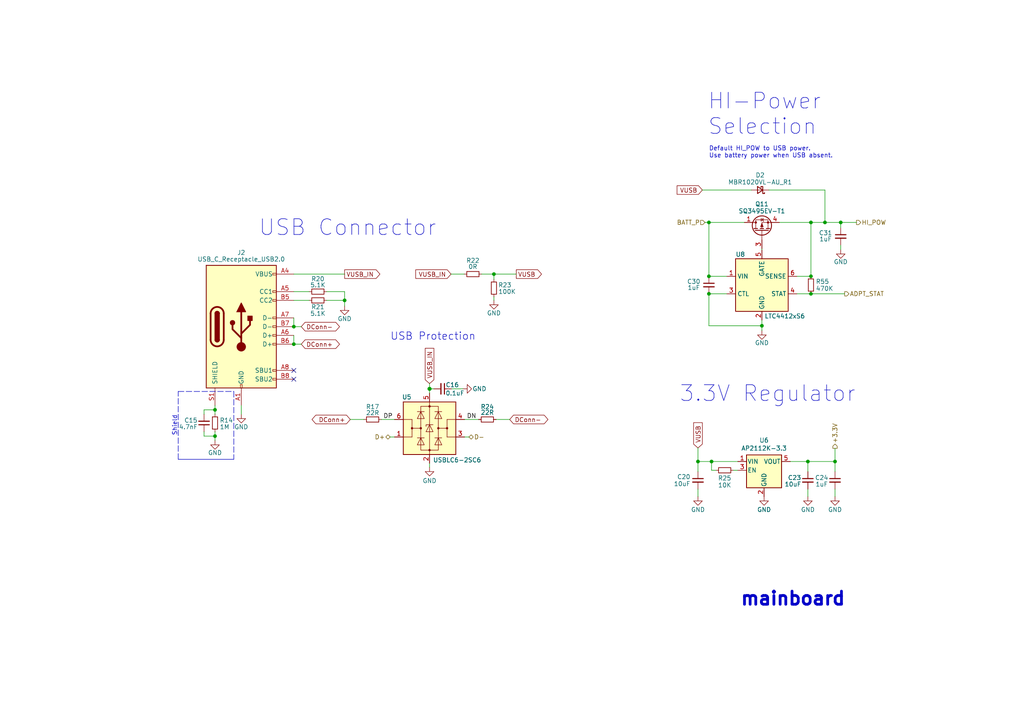
<source format=kicad_sch>
(kicad_sch (version 20230121) (generator eeschema)

  (uuid 6aa9990b-2ea7-435f-885d-523fd2835e43)

  (paper "A4")

  (title_block
    (title "PyCubed Mini")
    (date "2024-02-20")
    (rev "C1/01")
    (company "RExLab Carnegie Mellon University")
    (comment 1 "Z.Manchester")
    (comment 2 "N.Khera")
    (comment 3 "M.Holliday")
  )

  (lib_symbols
    (symbol "Connector:USB_C_Receptacle_USB2.0" (pin_names (offset 1.016)) (in_bom yes) (on_board yes)
      (property "Reference" "J" (at -10.16 19.05 0)
        (effects (font (size 1.27 1.27)) (justify left))
      )
      (property "Value" "USB_C_Receptacle_USB2.0" (at 19.05 19.05 0)
        (effects (font (size 1.27 1.27)) (justify right))
      )
      (property "Footprint" "" (at 3.81 0 0)
        (effects (font (size 1.27 1.27)) hide)
      )
      (property "Datasheet" "https://www.usb.org/sites/default/files/documents/usb_type-c.zip" (at 3.81 0 0)
        (effects (font (size 1.27 1.27)) hide)
      )
      (property "ki_keywords" "usb universal serial bus type-C USB2.0" (at 0 0 0)
        (effects (font (size 1.27 1.27)) hide)
      )
      (property "ki_description" "USB 2.0-only Type-C Receptacle connector" (at 0 0 0)
        (effects (font (size 1.27 1.27)) hide)
      )
      (property "ki_fp_filters" "USB*C*Receptacle*" (at 0 0 0)
        (effects (font (size 1.27 1.27)) hide)
      )
      (symbol "USB_C_Receptacle_USB2.0_0_0"
        (rectangle (start -0.254 -17.78) (end 0.254 -16.764)
          (stroke (width 0) (type default))
          (fill (type none))
        )
        (rectangle (start 10.16 -14.986) (end 9.144 -15.494)
          (stroke (width 0) (type default))
          (fill (type none))
        )
        (rectangle (start 10.16 -12.446) (end 9.144 -12.954)
          (stroke (width 0) (type default))
          (fill (type none))
        )
        (rectangle (start 10.16 -4.826) (end 9.144 -5.334)
          (stroke (width 0) (type default))
          (fill (type none))
        )
        (rectangle (start 10.16 -2.286) (end 9.144 -2.794)
          (stroke (width 0) (type default))
          (fill (type none))
        )
        (rectangle (start 10.16 0.254) (end 9.144 -0.254)
          (stroke (width 0) (type default))
          (fill (type none))
        )
        (rectangle (start 10.16 2.794) (end 9.144 2.286)
          (stroke (width 0) (type default))
          (fill (type none))
        )
        (rectangle (start 10.16 7.874) (end 9.144 7.366)
          (stroke (width 0) (type default))
          (fill (type none))
        )
        (rectangle (start 10.16 10.414) (end 9.144 9.906)
          (stroke (width 0) (type default))
          (fill (type none))
        )
        (rectangle (start 10.16 15.494) (end 9.144 14.986)
          (stroke (width 0) (type default))
          (fill (type none))
        )
      )
      (symbol "USB_C_Receptacle_USB2.0_0_1"
        (rectangle (start -10.16 17.78) (end 10.16 -17.78)
          (stroke (width 0.254) (type default))
          (fill (type background))
        )
        (arc (start -8.89 -3.81) (mid -6.985 -5.7067) (end -5.08 -3.81)
          (stroke (width 0.508) (type default))
          (fill (type none))
        )
        (arc (start -7.62 -3.81) (mid -6.985 -4.4423) (end -6.35 -3.81)
          (stroke (width 0.254) (type default))
          (fill (type none))
        )
        (arc (start -7.62 -3.81) (mid -6.985 -4.4423) (end -6.35 -3.81)
          (stroke (width 0.254) (type default))
          (fill (type outline))
        )
        (rectangle (start -7.62 -3.81) (end -6.35 3.81)
          (stroke (width 0.254) (type default))
          (fill (type outline))
        )
        (arc (start -6.35 3.81) (mid -6.985 4.4423) (end -7.62 3.81)
          (stroke (width 0.254) (type default))
          (fill (type none))
        )
        (arc (start -6.35 3.81) (mid -6.985 4.4423) (end -7.62 3.81)
          (stroke (width 0.254) (type default))
          (fill (type outline))
        )
        (arc (start -5.08 3.81) (mid -6.985 5.7067) (end -8.89 3.81)
          (stroke (width 0.508) (type default))
          (fill (type none))
        )
        (circle (center -2.54 1.143) (radius 0.635)
          (stroke (width 0.254) (type default))
          (fill (type outline))
        )
        (circle (center 0 -5.842) (radius 1.27)
          (stroke (width 0) (type default))
          (fill (type outline))
        )
        (polyline
          (pts
            (xy -8.89 -3.81)
            (xy -8.89 3.81)
          )
          (stroke (width 0.508) (type default))
          (fill (type none))
        )
        (polyline
          (pts
            (xy -5.08 3.81)
            (xy -5.08 -3.81)
          )
          (stroke (width 0.508) (type default))
          (fill (type none))
        )
        (polyline
          (pts
            (xy 0 -5.842)
            (xy 0 4.318)
          )
          (stroke (width 0.508) (type default))
          (fill (type none))
        )
        (polyline
          (pts
            (xy 0 -3.302)
            (xy -2.54 -0.762)
            (xy -2.54 0.508)
          )
          (stroke (width 0.508) (type default))
          (fill (type none))
        )
        (polyline
          (pts
            (xy 0 -2.032)
            (xy 2.54 0.508)
            (xy 2.54 1.778)
          )
          (stroke (width 0.508) (type default))
          (fill (type none))
        )
        (polyline
          (pts
            (xy -1.27 4.318)
            (xy 0 6.858)
            (xy 1.27 4.318)
            (xy -1.27 4.318)
          )
          (stroke (width 0.254) (type default))
          (fill (type outline))
        )
        (rectangle (start 1.905 1.778) (end 3.175 3.048)
          (stroke (width 0.254) (type default))
          (fill (type outline))
        )
      )
      (symbol "USB_C_Receptacle_USB2.0_1_1"
        (pin passive line (at 0 -22.86 90) (length 5.08)
          (name "GND" (effects (font (size 1.27 1.27))))
          (number "A1" (effects (font (size 1.27 1.27))))
        )
        (pin passive line (at 0 -22.86 90) (length 5.08) hide
          (name "GND" (effects (font (size 1.27 1.27))))
          (number "A12" (effects (font (size 1.27 1.27))))
        )
        (pin passive line (at 15.24 15.24 180) (length 5.08)
          (name "VBUS" (effects (font (size 1.27 1.27))))
          (number "A4" (effects (font (size 1.27 1.27))))
        )
        (pin bidirectional line (at 15.24 10.16 180) (length 5.08)
          (name "CC1" (effects (font (size 1.27 1.27))))
          (number "A5" (effects (font (size 1.27 1.27))))
        )
        (pin bidirectional line (at 15.24 -2.54 180) (length 5.08)
          (name "D+" (effects (font (size 1.27 1.27))))
          (number "A6" (effects (font (size 1.27 1.27))))
        )
        (pin bidirectional line (at 15.24 2.54 180) (length 5.08)
          (name "D-" (effects (font (size 1.27 1.27))))
          (number "A7" (effects (font (size 1.27 1.27))))
        )
        (pin bidirectional line (at 15.24 -12.7 180) (length 5.08)
          (name "SBU1" (effects (font (size 1.27 1.27))))
          (number "A8" (effects (font (size 1.27 1.27))))
        )
        (pin passive line (at 15.24 15.24 180) (length 5.08) hide
          (name "VBUS" (effects (font (size 1.27 1.27))))
          (number "A9" (effects (font (size 1.27 1.27))))
        )
        (pin passive line (at 0 -22.86 90) (length 5.08) hide
          (name "GND" (effects (font (size 1.27 1.27))))
          (number "B1" (effects (font (size 1.27 1.27))))
        )
        (pin passive line (at 0 -22.86 90) (length 5.08) hide
          (name "GND" (effects (font (size 1.27 1.27))))
          (number "B12" (effects (font (size 1.27 1.27))))
        )
        (pin passive line (at 15.24 15.24 180) (length 5.08) hide
          (name "VBUS" (effects (font (size 1.27 1.27))))
          (number "B4" (effects (font (size 1.27 1.27))))
        )
        (pin bidirectional line (at 15.24 7.62 180) (length 5.08)
          (name "CC2" (effects (font (size 1.27 1.27))))
          (number "B5" (effects (font (size 1.27 1.27))))
        )
        (pin bidirectional line (at 15.24 -5.08 180) (length 5.08)
          (name "D+" (effects (font (size 1.27 1.27))))
          (number "B6" (effects (font (size 1.27 1.27))))
        )
        (pin bidirectional line (at 15.24 0 180) (length 5.08)
          (name "D-" (effects (font (size 1.27 1.27))))
          (number "B7" (effects (font (size 1.27 1.27))))
        )
        (pin bidirectional line (at 15.24 -15.24 180) (length 5.08)
          (name "SBU2" (effects (font (size 1.27 1.27))))
          (number "B8" (effects (font (size 1.27 1.27))))
        )
        (pin passive line (at 15.24 15.24 180) (length 5.08) hide
          (name "VBUS" (effects (font (size 1.27 1.27))))
          (number "B9" (effects (font (size 1.27 1.27))))
        )
        (pin passive line (at -7.62 -22.86 90) (length 5.08)
          (name "SHIELD" (effects (font (size 1.27 1.27))))
          (number "S1" (effects (font (size 1.27 1.27))))
        )
      )
    )
    (symbol "Device:C_Small" (pin_numbers hide) (pin_names (offset 0.254) hide) (in_bom yes) (on_board yes)
      (property "Reference" "C" (at 0.254 1.778 0)
        (effects (font (size 1.27 1.27)) (justify left))
      )
      (property "Value" "C_Small" (at 0.254 -2.032 0)
        (effects (font (size 1.27 1.27)) (justify left))
      )
      (property "Footprint" "" (at 0 0 0)
        (effects (font (size 1.27 1.27)) hide)
      )
      (property "Datasheet" "~" (at 0 0 0)
        (effects (font (size 1.27 1.27)) hide)
      )
      (property "ki_keywords" "capacitor cap" (at 0 0 0)
        (effects (font (size 1.27 1.27)) hide)
      )
      (property "ki_description" "Unpolarized capacitor, small symbol" (at 0 0 0)
        (effects (font (size 1.27 1.27)) hide)
      )
      (property "ki_fp_filters" "C_*" (at 0 0 0)
        (effects (font (size 1.27 1.27)) hide)
      )
      (symbol "C_Small_0_1"
        (polyline
          (pts
            (xy -1.524 -0.508)
            (xy 1.524 -0.508)
          )
          (stroke (width 0.3302) (type default))
          (fill (type none))
        )
        (polyline
          (pts
            (xy -1.524 0.508)
            (xy 1.524 0.508)
          )
          (stroke (width 0.3048) (type default))
          (fill (type none))
        )
      )
      (symbol "C_Small_1_1"
        (pin passive line (at 0 2.54 270) (length 2.032)
          (name "~" (effects (font (size 1.27 1.27))))
          (number "1" (effects (font (size 1.27 1.27))))
        )
        (pin passive line (at 0 -2.54 90) (length 2.032)
          (name "~" (effects (font (size 1.27 1.27))))
          (number "2" (effects (font (size 1.27 1.27))))
        )
      )
    )
    (symbol "Device:D_Schottky_Small" (pin_numbers hide) (pin_names (offset 0.254) hide) (in_bom yes) (on_board yes)
      (property "Reference" "D" (at -1.27 2.032 0)
        (effects (font (size 1.27 1.27)) (justify left))
      )
      (property "Value" "D_Schottky_Small" (at -7.112 -2.032 0)
        (effects (font (size 1.27 1.27)) (justify left))
      )
      (property "Footprint" "" (at 0 0 90)
        (effects (font (size 1.27 1.27)) hide)
      )
      (property "Datasheet" "~" (at 0 0 90)
        (effects (font (size 1.27 1.27)) hide)
      )
      (property "ki_keywords" "diode Schottky" (at 0 0 0)
        (effects (font (size 1.27 1.27)) hide)
      )
      (property "ki_description" "Schottky diode, small symbol" (at 0 0 0)
        (effects (font (size 1.27 1.27)) hide)
      )
      (property "ki_fp_filters" "TO-???* *_Diode_* *SingleDiode* D_*" (at 0 0 0)
        (effects (font (size 1.27 1.27)) hide)
      )
      (symbol "D_Schottky_Small_0_1"
        (polyline
          (pts
            (xy -0.762 0)
            (xy 0.762 0)
          )
          (stroke (width 0) (type default))
          (fill (type none))
        )
        (polyline
          (pts
            (xy 0.762 -1.016)
            (xy -0.762 0)
            (xy 0.762 1.016)
            (xy 0.762 -1.016)
          )
          (stroke (width 0.254) (type default))
          (fill (type none))
        )
        (polyline
          (pts
            (xy -1.27 0.762)
            (xy -1.27 1.016)
            (xy -0.762 1.016)
            (xy -0.762 -1.016)
            (xy -0.254 -1.016)
            (xy -0.254 -0.762)
          )
          (stroke (width 0.254) (type default))
          (fill (type none))
        )
      )
      (symbol "D_Schottky_Small_1_1"
        (pin passive line (at -2.54 0 0) (length 1.778)
          (name "K" (effects (font (size 1.27 1.27))))
          (number "1" (effects (font (size 1.27 1.27))))
        )
        (pin passive line (at 2.54 0 180) (length 1.778)
          (name "A" (effects (font (size 1.27 1.27))))
          (number "2" (effects (font (size 1.27 1.27))))
        )
      )
    )
    (symbol "Device:R_Small" (pin_numbers hide) (pin_names (offset 0.254) hide) (in_bom yes) (on_board yes)
      (property "Reference" "R" (at 0.762 0.508 0)
        (effects (font (size 1.27 1.27)) (justify left))
      )
      (property "Value" "R_Small" (at 0.762 -1.016 0)
        (effects (font (size 1.27 1.27)) (justify left))
      )
      (property "Footprint" "" (at 0 0 0)
        (effects (font (size 1.27 1.27)) hide)
      )
      (property "Datasheet" "~" (at 0 0 0)
        (effects (font (size 1.27 1.27)) hide)
      )
      (property "ki_keywords" "R resistor" (at 0 0 0)
        (effects (font (size 1.27 1.27)) hide)
      )
      (property "ki_description" "Resistor, small symbol" (at 0 0 0)
        (effects (font (size 1.27 1.27)) hide)
      )
      (property "ki_fp_filters" "R_*" (at 0 0 0)
        (effects (font (size 1.27 1.27)) hide)
      )
      (symbol "R_Small_0_1"
        (rectangle (start -0.762 1.778) (end 0.762 -1.778)
          (stroke (width 0.2032) (type default))
          (fill (type none))
        )
      )
      (symbol "R_Small_1_1"
        (pin passive line (at 0 2.54 270) (length 0.762)
          (name "~" (effects (font (size 1.27 1.27))))
          (number "1" (effects (font (size 1.27 1.27))))
        )
        (pin passive line (at 0 -2.54 90) (length 0.762)
          (name "~" (effects (font (size 1.27 1.27))))
          (number "2" (effects (font (size 1.27 1.27))))
        )
      )
    )
    (symbol "Power_Management:LTC4412xS6" (in_bom yes) (on_board yes)
      (property "Reference" "U" (at -6.35 8.89 0)
        (effects (font (size 1.27 1.27)))
      )
      (property "Value" "LTC4412xS6" (at 6.35 8.89 0)
        (effects (font (size 1.27 1.27)))
      )
      (property "Footprint" "Package_TO_SOT_SMD:TSOT-23-6" (at 16.51 -8.89 0)
        (effects (font (size 1.27 1.27)) hide)
      )
      (property "Datasheet" "https://www.analog.com/media/en/technical-documentation/data-sheets/4412fb.pdf" (at 53.34 -5.08 0)
        (effects (font (size 1.27 1.27)) hide)
      )
      (property "ki_keywords" "ideal-diode or-ing" (at 0 0 0)
        (effects (font (size 1.27 1.27)) hide)
      )
      (property "ki_description" "Low Loss PowerPath Controller, TSOT-23-6" (at 0 0 0)
        (effects (font (size 1.27 1.27)) hide)
      )
      (property "ki_fp_filters" "TSOT?23*" (at 0 0 0)
        (effects (font (size 1.27 1.27)) hide)
      )
      (symbol "LTC4412xS6_0_1"
        (rectangle (start -7.62 7.62) (end 7.62 -7.62)
          (stroke (width 0.254) (type default))
          (fill (type background))
        )
      )
      (symbol "LTC4412xS6_1_1"
        (pin power_in line (at -10.16 2.54 0) (length 2.54)
          (name "VIN" (effects (font (size 1.27 1.27))))
          (number "1" (effects (font (size 1.27 1.27))))
        )
        (pin power_in line (at 0 -10.16 90) (length 2.54)
          (name "GND" (effects (font (size 1.27 1.27))))
          (number "2" (effects (font (size 1.27 1.27))))
        )
        (pin input line (at -10.16 -2.54 0) (length 2.54)
          (name "CTL" (effects (font (size 1.27 1.27))))
          (number "3" (effects (font (size 1.27 1.27))))
        )
        (pin open_collector line (at 10.16 -2.54 180) (length 2.54)
          (name "STAT" (effects (font (size 1.27 1.27))))
          (number "4" (effects (font (size 1.27 1.27))))
        )
        (pin output line (at 0 10.16 270) (length 2.54)
          (name "GATE" (effects (font (size 1.27 1.27))))
          (number "5" (effects (font (size 1.27 1.27))))
        )
        (pin input line (at 10.16 2.54 180) (length 2.54)
          (name "SENSE" (effects (font (size 1.27 1.27))))
          (number "6" (effects (font (size 1.27 1.27))))
        )
      )
    )
    (symbol "Power_Protection:USBLC6-2SC6" (pin_names hide) (in_bom yes) (on_board yes)
      (property "Reference" "U" (at 2.54 8.89 0)
        (effects (font (size 1.27 1.27)) (justify left))
      )
      (property "Value" "USBLC6-2SC6" (at 2.54 -8.89 0)
        (effects (font (size 1.27 1.27)) (justify left))
      )
      (property "Footprint" "Package_TO_SOT_SMD:SOT-23-6" (at 0 -12.7 0)
        (effects (font (size 1.27 1.27)) hide)
      )
      (property "Datasheet" "https://www.st.com/resource/en/datasheet/usblc6-2.pdf" (at 5.08 8.89 0)
        (effects (font (size 1.27 1.27)) hide)
      )
      (property "ki_keywords" "usb ethernet video" (at 0 0 0)
        (effects (font (size 1.27 1.27)) hide)
      )
      (property "ki_description" "Very low capacitance ESD protection diode, 2 data-line, SOT-23-6" (at 0 0 0)
        (effects (font (size 1.27 1.27)) hide)
      )
      (property "ki_fp_filters" "SOT?23*" (at 0 0 0)
        (effects (font (size 1.27 1.27)) hide)
      )
      (symbol "USBLC6-2SC6_0_1"
        (rectangle (start -7.62 -7.62) (end 7.62 7.62)
          (stroke (width 0.254) (type default))
          (fill (type background))
        )
        (circle (center -5.08 0) (radius 0.254)
          (stroke (width 0) (type default))
          (fill (type outline))
        )
        (circle (center -2.54 0) (radius 0.254)
          (stroke (width 0) (type default))
          (fill (type outline))
        )
        (rectangle (start -2.54 6.35) (end 2.54 -6.35)
          (stroke (width 0) (type default))
          (fill (type none))
        )
        (circle (center 0 -6.35) (radius 0.254)
          (stroke (width 0) (type default))
          (fill (type outline))
        )
        (polyline
          (pts
            (xy -5.08 -2.54)
            (xy -7.62 -2.54)
          )
          (stroke (width 0) (type default))
          (fill (type none))
        )
        (polyline
          (pts
            (xy -5.08 0)
            (xy -5.08 -2.54)
          )
          (stroke (width 0) (type default))
          (fill (type none))
        )
        (polyline
          (pts
            (xy -5.08 2.54)
            (xy -7.62 2.54)
          )
          (stroke (width 0) (type default))
          (fill (type none))
        )
        (polyline
          (pts
            (xy -1.524 -2.794)
            (xy -3.556 -2.794)
          )
          (stroke (width 0) (type default))
          (fill (type none))
        )
        (polyline
          (pts
            (xy -1.524 4.826)
            (xy -3.556 4.826)
          )
          (stroke (width 0) (type default))
          (fill (type none))
        )
        (polyline
          (pts
            (xy 0 -7.62)
            (xy 0 -6.35)
          )
          (stroke (width 0) (type default))
          (fill (type none))
        )
        (polyline
          (pts
            (xy 0 -6.35)
            (xy 0 1.27)
          )
          (stroke (width 0) (type default))
          (fill (type none))
        )
        (polyline
          (pts
            (xy 0 1.27)
            (xy 0 6.35)
          )
          (stroke (width 0) (type default))
          (fill (type none))
        )
        (polyline
          (pts
            (xy 0 6.35)
            (xy 0 7.62)
          )
          (stroke (width 0) (type default))
          (fill (type none))
        )
        (polyline
          (pts
            (xy 1.524 -2.794)
            (xy 3.556 -2.794)
          )
          (stroke (width 0) (type default))
          (fill (type none))
        )
        (polyline
          (pts
            (xy 1.524 4.826)
            (xy 3.556 4.826)
          )
          (stroke (width 0) (type default))
          (fill (type none))
        )
        (polyline
          (pts
            (xy 5.08 -2.54)
            (xy 7.62 -2.54)
          )
          (stroke (width 0) (type default))
          (fill (type none))
        )
        (polyline
          (pts
            (xy 5.08 0)
            (xy 5.08 -2.54)
          )
          (stroke (width 0) (type default))
          (fill (type none))
        )
        (polyline
          (pts
            (xy 5.08 2.54)
            (xy 7.62 2.54)
          )
          (stroke (width 0) (type default))
          (fill (type none))
        )
        (polyline
          (pts
            (xy -2.54 0)
            (xy -5.08 0)
            (xy -5.08 2.54)
          )
          (stroke (width 0) (type default))
          (fill (type none))
        )
        (polyline
          (pts
            (xy 2.54 0)
            (xy 5.08 0)
            (xy 5.08 2.54)
          )
          (stroke (width 0) (type default))
          (fill (type none))
        )
        (polyline
          (pts
            (xy -3.556 -4.826)
            (xy -1.524 -4.826)
            (xy -2.54 -2.794)
            (xy -3.556 -4.826)
          )
          (stroke (width 0) (type default))
          (fill (type none))
        )
        (polyline
          (pts
            (xy -3.556 2.794)
            (xy -1.524 2.794)
            (xy -2.54 4.826)
            (xy -3.556 2.794)
          )
          (stroke (width 0) (type default))
          (fill (type none))
        )
        (polyline
          (pts
            (xy -1.016 -1.016)
            (xy 1.016 -1.016)
            (xy 0 1.016)
            (xy -1.016 -1.016)
          )
          (stroke (width 0) (type default))
          (fill (type none))
        )
        (polyline
          (pts
            (xy 1.016 1.016)
            (xy 0.762 1.016)
            (xy -1.016 1.016)
            (xy -1.016 0.508)
          )
          (stroke (width 0) (type default))
          (fill (type none))
        )
        (polyline
          (pts
            (xy 3.556 -4.826)
            (xy 1.524 -4.826)
            (xy 2.54 -2.794)
            (xy 3.556 -4.826)
          )
          (stroke (width 0) (type default))
          (fill (type none))
        )
        (polyline
          (pts
            (xy 3.556 2.794)
            (xy 1.524 2.794)
            (xy 2.54 4.826)
            (xy 3.556 2.794)
          )
          (stroke (width 0) (type default))
          (fill (type none))
        )
        (circle (center 0 6.35) (radius 0.254)
          (stroke (width 0) (type default))
          (fill (type outline))
        )
        (circle (center 2.54 0) (radius 0.254)
          (stroke (width 0) (type default))
          (fill (type outline))
        )
        (circle (center 5.08 0) (radius 0.254)
          (stroke (width 0) (type default))
          (fill (type outline))
        )
      )
      (symbol "USBLC6-2SC6_1_1"
        (pin passive line (at -10.16 -2.54 0) (length 2.54)
          (name "I/O1" (effects (font (size 1.27 1.27))))
          (number "1" (effects (font (size 1.27 1.27))))
        )
        (pin passive line (at 0 -10.16 90) (length 2.54)
          (name "GND" (effects (font (size 1.27 1.27))))
          (number "2" (effects (font (size 1.27 1.27))))
        )
        (pin passive line (at 10.16 -2.54 180) (length 2.54)
          (name "I/O2" (effects (font (size 1.27 1.27))))
          (number "3" (effects (font (size 1.27 1.27))))
        )
        (pin passive line (at 10.16 2.54 180) (length 2.54)
          (name "I/O2" (effects (font (size 1.27 1.27))))
          (number "4" (effects (font (size 1.27 1.27))))
        )
        (pin passive line (at 0 10.16 270) (length 2.54)
          (name "VBUS" (effects (font (size 1.27 1.27))))
          (number "5" (effects (font (size 1.27 1.27))))
        )
        (pin passive line (at -10.16 2.54 0) (length 2.54)
          (name "I/O1" (effects (font (size 1.27 1.27))))
          (number "6" (effects (font (size 1.27 1.27))))
        )
      )
    )
    (symbol "Regulator_Linear:AP2112K-3.3" (pin_names (offset 0.254)) (in_bom yes) (on_board yes)
      (property "Reference" "U" (at -5.08 5.715 0)
        (effects (font (size 1.27 1.27)) (justify left))
      )
      (property "Value" "AP2112K-3.3" (at 0 5.715 0)
        (effects (font (size 1.27 1.27)) (justify left))
      )
      (property "Footprint" "Package_TO_SOT_SMD:SOT-23-5" (at 0 8.255 0)
        (effects (font (size 1.27 1.27)) hide)
      )
      (property "Datasheet" "https://www.diodes.com/assets/Datasheets/AP2112.pdf" (at 0 2.54 0)
        (effects (font (size 1.27 1.27)) hide)
      )
      (property "ki_keywords" "linear regulator ldo fixed positive" (at 0 0 0)
        (effects (font (size 1.27 1.27)) hide)
      )
      (property "ki_description" "600mA low dropout linear regulator, with enable pin, 3.8V-6V input voltage range, 3.3V fixed positive output, SOT-23-5" (at 0 0 0)
        (effects (font (size 1.27 1.27)) hide)
      )
      (property "ki_fp_filters" "SOT?23?5*" (at 0 0 0)
        (effects (font (size 1.27 1.27)) hide)
      )
      (symbol "AP2112K-3.3_0_1"
        (rectangle (start -5.08 4.445) (end 5.08 -5.08)
          (stroke (width 0.254) (type default))
          (fill (type background))
        )
      )
      (symbol "AP2112K-3.3_1_1"
        (pin power_in line (at -7.62 2.54 0) (length 2.54)
          (name "VIN" (effects (font (size 1.27 1.27))))
          (number "1" (effects (font (size 1.27 1.27))))
        )
        (pin power_in line (at 0 -7.62 90) (length 2.54)
          (name "GND" (effects (font (size 1.27 1.27))))
          (number "2" (effects (font (size 1.27 1.27))))
        )
        (pin input line (at -7.62 0 0) (length 2.54)
          (name "EN" (effects (font (size 1.27 1.27))))
          (number "3" (effects (font (size 1.27 1.27))))
        )
        (pin no_connect line (at 5.08 0 180) (length 2.54) hide
          (name "NC" (effects (font (size 1.27 1.27))))
          (number "4" (effects (font (size 1.27 1.27))))
        )
        (pin power_out line (at 7.62 2.54 180) (length 2.54)
          (name "VOUT" (effects (font (size 1.27 1.27))))
          (number "5" (effects (font (size 1.27 1.27))))
        )
      )
    )
    (symbol "cameraboard:SQ3495EV-T1" (pin_names hide) (in_bom yes) (on_board yes)
      (property "Reference" "Q?" (at 6.35 0 90)
        (effects (font (size 1.27 1.27)))
      )
      (property "Value" "SQ3495EV-T1" (at 8.89 0 90)
        (effects (font (size 1.27 1.27)))
      )
      (property "Footprint" "Package_TO_SOT_SMD:SOT-23-6" (at 11.43 -16.51 90)
        (effects (font (size 1.27 1.27) italic) (justify left) hide)
      )
      (property "Datasheet" "" (at 0 0 0)
        (effects (font (size 1.27 1.27)) (justify left) hide)
      )
      (property "ki_keywords" "P-Channel MOSFET" (at 0 0 0)
        (effects (font (size 1.27 1.27)) hide)
      )
      (property "ki_fp_filters" "SOT?23*" (at 0 0 0)
        (effects (font (size 1.27 1.27)) hide)
      )
      (symbol "SQ3495EV-T1_0_1"
        (polyline
          (pts
            (xy 0.254 0)
            (xy -2.54 0)
          )
          (stroke (width 0) (type default))
          (fill (type none))
        )
        (polyline
          (pts
            (xy 0.254 1.905)
            (xy 0.254 -1.905)
          )
          (stroke (width 0.254) (type default))
          (fill (type none))
        )
        (polyline
          (pts
            (xy 0.762 -1.27)
            (xy 0.762 -2.286)
          )
          (stroke (width 0.254) (type default))
          (fill (type none))
        )
        (polyline
          (pts
            (xy 0.762 0.508)
            (xy 0.762 -0.508)
          )
          (stroke (width 0.254) (type default))
          (fill (type none))
        )
        (polyline
          (pts
            (xy 0.762 2.286)
            (xy 0.762 1.27)
          )
          (stroke (width 0.254) (type default))
          (fill (type none))
        )
        (polyline
          (pts
            (xy 2.54 2.54)
            (xy 2.54 1.778)
          )
          (stroke (width 0) (type default))
          (fill (type none))
        )
        (polyline
          (pts
            (xy 2.54 -2.54)
            (xy 2.54 0)
            (xy 0.762 0)
          )
          (stroke (width 0) (type default))
          (fill (type none))
        )
        (polyline
          (pts
            (xy 0.762 1.778)
            (xy 3.302 1.778)
            (xy 3.302 -1.778)
            (xy 0.762 -1.778)
          )
          (stroke (width 0) (type default))
          (fill (type none))
        )
        (polyline
          (pts
            (xy 2.286 0)
            (xy 1.27 0.381)
            (xy 1.27 -0.381)
            (xy 2.286 0)
          )
          (stroke (width 0) (type default))
          (fill (type outline))
        )
        (polyline
          (pts
            (xy 2.794 -0.508)
            (xy 2.921 -0.381)
            (xy 3.683 -0.381)
            (xy 3.81 -0.254)
          )
          (stroke (width 0) (type default))
          (fill (type none))
        )
        (polyline
          (pts
            (xy 3.302 -0.381)
            (xy 2.921 0.254)
            (xy 3.683 0.254)
            (xy 3.302 -0.381)
          )
          (stroke (width 0) (type default))
          (fill (type none))
        )
        (circle (center 1.651 0) (radius 2.794)
          (stroke (width 0.254) (type default))
          (fill (type none))
        )
        (circle (center 2.54 -1.778) (radius 0.254)
          (stroke (width 0) (type default))
          (fill (type outline))
        )
        (circle (center 2.54 1.778) (radius 0.254)
          (stroke (width 0) (type default))
          (fill (type outline))
        )
      )
      (symbol "SQ3495EV-T1_1_1"
        (pin passive line (at 2.54 5.08 270) (length 2.54)
          (name "D" (effects (font (size 1.27 1.27))))
          (number "1" (effects (font (size 1.27 1.27))))
        )
        (pin passive line (at 2.54 5.08 270) (length 2.54) hide
          (name "D" (effects (font (size 1.27 1.27))))
          (number "2" (effects (font (size 1.27 1.27))))
        )
        (pin input line (at -5.08 0 0) (length 2.54)
          (name "G" (effects (font (size 1.27 1.27))))
          (number "3" (effects (font (size 1.27 1.27))))
        )
        (pin passive line (at 2.54 -5.08 90) (length 2.54)
          (name "S" (effects (font (size 1.27 1.27))))
          (number "4" (effects (font (size 1.27 1.27))))
        )
        (pin passive line (at 2.54 5.08 270) (length 2.54) hide
          (name "D" (effects (font (size 1.27 1.27))))
          (number "5" (effects (font (size 1.27 1.27))))
        )
        (pin passive line (at 2.54 5.08 270) (length 2.54) hide
          (name "D" (effects (font (size 1.27 1.27))))
          (number "6" (effects (font (size 1.27 1.27))))
        )
      )
    )
    (symbol "power:GND" (power) (pin_names (offset 0)) (in_bom yes) (on_board yes)
      (property "Reference" "#PWR" (at 0 -6.35 0)
        (effects (font (size 1.27 1.27)) hide)
      )
      (property "Value" "GND" (at 0 -3.81 0)
        (effects (font (size 1.27 1.27)))
      )
      (property "Footprint" "" (at 0 0 0)
        (effects (font (size 1.27 1.27)) hide)
      )
      (property "Datasheet" "" (at 0 0 0)
        (effects (font (size 1.27 1.27)) hide)
      )
      (property "ki_keywords" "global power" (at 0 0 0)
        (effects (font (size 1.27 1.27)) hide)
      )
      (property "ki_description" "Power symbol creates a global label with name \"GND\" , ground" (at 0 0 0)
        (effects (font (size 1.27 1.27)) hide)
      )
      (symbol "GND_0_1"
        (polyline
          (pts
            (xy 0 0)
            (xy 0 -1.27)
            (xy 1.27 -1.27)
            (xy 0 -2.54)
            (xy -1.27 -1.27)
            (xy 0 -1.27)
          )
          (stroke (width 0) (type default))
          (fill (type none))
        )
      )
      (symbol "GND_1_1"
        (pin power_in line (at 0 0 270) (length 0) hide
          (name "GND" (effects (font (size 1.27 1.27))))
          (number "1" (effects (font (size 1.27 1.27))))
        )
      )
    )
  )

  (junction (at 143.256 79.502) (diameter 0) (color 0 0 0 0)
    (uuid 073c1a82-1597-4355-94d1-4ea26e3ab011)
  )
  (junction (at 205.613 80.137) (diameter 0) (color 0 0 0 0)
    (uuid 1c3dcdea-e1a3-475f-98ea-613d8d787fb8)
  )
  (junction (at 243.84 64.516) (diameter 0) (color 0 0 0 0)
    (uuid 1d85e17c-6a2f-4833-903b-2bc994ad5bb7)
  )
  (junction (at 62.357 126.492) (diameter 0) (color 0 0 0 0)
    (uuid 258b74af-353a-482c-a485-99dbd164c498)
  )
  (junction (at 99.949 87.122) (diameter 0) (color 0 0 0 0)
    (uuid 36de06a9-b9bb-4831-b6b3-23e1aff74750)
  )
  (junction (at 206.375 133.858) (diameter 0) (color 0 0 0 0)
    (uuid 3bcb4029-ca3c-48bb-bcbc-31fa8445b969)
  )
  (junction (at 202.438 133.858) (diameter 0) (color 0 0 0 0)
    (uuid 4980cf36-99b5-49f5-82b6-5148be0ea899)
  )
  (junction (at 205.613 85.217) (diameter 0) (color 0 0 0 0)
    (uuid 4d36be59-fb93-4df0-ac5a-45850035a920)
  )
  (junction (at 205.613 64.516) (diameter 0) (color 0 0 0 0)
    (uuid 5b051294-147d-49a0-bec0-a7d5fcd0818b)
  )
  (junction (at 235.204 80.137) (diameter 0) (color 0 0 0 0)
    (uuid 77fb2e4a-3121-4931-bbfb-13575a223d41)
  )
  (junction (at 85.217 94.742) (diameter 0) (color 0 0 0 0)
    (uuid 7bc246de-ee11-4f56-b530-075646cd3e9c)
  )
  (junction (at 124.587 112.776) (diameter 1.016) (color 0 0 0 0)
    (uuid 83761ac6-d28b-4a8e-88a2-bf73f2b27106)
  )
  (junction (at 62.357 118.872) (diameter 0) (color 0 0 0 0)
    (uuid 9d5d58aa-a38b-4e8c-b3c3-f91b7dd33692)
  )
  (junction (at 85.217 99.822) (diameter 0) (color 0 0 0 0)
    (uuid 9f6b7b55-4bcf-49b6-88ff-408a75aa2bd0)
  )
  (junction (at 235.204 64.516) (diameter 0) (color 0 0 0 0)
    (uuid a7d27684-d18b-47f8-936b-bc50eb534771)
  )
  (junction (at 235.204 85.217) (diameter 0) (color 0 0 0 0)
    (uuid b41ff3f6-fe39-40bd-baa2-1de0c393dfc4)
  )
  (junction (at 220.98 94.488) (diameter 0) (color 0 0 0 0)
    (uuid b4de56bd-8aa0-4d11-acbb-e719c8bc99c9)
  )
  (junction (at 234.315 133.858) (diameter 0) (color 0 0 0 0)
    (uuid dce5e670-9a9e-41f3-81fb-c28be89f04f8)
  )
  (junction (at 239.268 64.516) (diameter 0) (color 0 0 0 0)
    (uuid f5793d66-c918-4b0a-9a4b-0818da0bda4b)
  )
  (junction (at 242.189 133.858) (diameter 0) (color 0 0 0 0)
    (uuid fd888138-ca8c-44a8-8cf7-bd390c7ca3d1)
  )

  (no_connect (at 85.217 109.982) (uuid a89f5d59-94e7-440f-9f5a-14f9fc93428d))
  (no_connect (at 85.217 107.442) (uuid ea39124b-8488-4587-9512-76bfd24b978a))

  (wire (pts (xy 62.357 118.872) (xy 59.182 118.872))
    (stroke (width 0) (type solid))
    (uuid 00189db4-9ea6-4b63-8121-81286135e87e)
  )
  (wire (pts (xy 239.268 55.118) (xy 239.268 64.516))
    (stroke (width 0) (type default))
    (uuid 0429a5f1-7064-48e1-a65e-3088120ebddb)
  )
  (wire (pts (xy 205.613 64.516) (xy 215.9 64.516))
    (stroke (width 0) (type default))
    (uuid 09044aef-2763-4b60-a872-7329c7589c35)
  )
  (wire (pts (xy 130.937 112.776) (xy 134.239 112.776))
    (stroke (width 0) (type solid))
    (uuid 0a0ddd68-befe-4269-9880-7c5a4537559d)
  )
  (wire (pts (xy 242.189 130.048) (xy 242.189 133.858))
    (stroke (width 0) (type default))
    (uuid 0ff80107-7c9f-4c64-9dff-61e1769a8564)
  )
  (wire (pts (xy 206.375 136.398) (xy 206.375 133.858))
    (stroke (width 0) (type default))
    (uuid 137a4529-1d71-4350-9142-9baec8513b53)
  )
  (wire (pts (xy 62.357 126.492) (xy 62.357 127.762))
    (stroke (width 0) (type solid))
    (uuid 1385e9d1-38b4-4f2e-b71a-c0013d6b3337)
  )
  (wire (pts (xy 69.977 117.602) (xy 69.977 120.142))
    (stroke (width 0) (type solid))
    (uuid 13bef55e-588a-43d2-9e49-2bbf28cf9107)
  )
  (wire (pts (xy 206.375 133.858) (xy 213.995 133.858))
    (stroke (width 0) (type default))
    (uuid 1aecb59d-aa3b-4e85-bade-dd83be278ca5)
  )
  (wire (pts (xy 204.47 64.516) (xy 205.613 64.516))
    (stroke (width 0) (type default))
    (uuid 1c1cfb90-44c1-4373-bdf2-71427778bdb6)
  )
  (wire (pts (xy 94.742 84.582) (xy 99.949 84.582))
    (stroke (width 0) (type default))
    (uuid 1d9b64a9-3a0d-4700-88f4-333121bc7747)
  )
  (polyline (pts (xy 51.689 133.223) (xy 51.689 113.538))
    (stroke (width 0) (type dash))
    (uuid 20b6bd33-61bb-4e1e-9ba1-570172bb8052)
  )

  (wire (pts (xy 85.217 79.502) (xy 99.949 79.502))
    (stroke (width 0) (type default))
    (uuid 2274e799-8466-43f7-9c2f-8003364b32fa)
  )
  (wire (pts (xy 85.217 87.122) (xy 89.662 87.122))
    (stroke (width 0) (type default))
    (uuid 23aa44c7-e743-42e3-aa0d-8c8e3c39d949)
  )
  (polyline (pts (xy 51.689 133.223) (xy 67.818 133.223))
    (stroke (width 0) (type default))
    (uuid 25b920f3-c775-4c3f-ad55-72f694f6cbc9)
  )

  (wire (pts (xy 235.204 64.516) (xy 235.204 80.137))
    (stroke (width 0) (type default))
    (uuid 294cf312-7fed-4908-92c2-9b5129d1ad4f)
  )
  (polyline (pts (xy 67.818 113.538) (xy 67.818 133.223))
    (stroke (width 0) (type dash))
    (uuid 3351fdaf-2db3-42ae-bd1d-8ba4c574406f)
  )

  (wire (pts (xy 235.204 64.516) (xy 239.268 64.516))
    (stroke (width 0) (type default))
    (uuid 3a1703c0-fd0e-4ada-aaf3-a3753ca112d8)
  )
  (wire (pts (xy 143.256 79.502) (xy 149.733 79.502))
    (stroke (width 0) (type default))
    (uuid 3ebb1790-36cf-429d-8cde-bf223eea7587)
  )
  (wire (pts (xy 220.98 95.885) (xy 220.98 94.488))
    (stroke (width 0) (type default))
    (uuid 40191157-26df-4745-8c5b-173b7695ce5e)
  )
  (wire (pts (xy 125.857 112.776) (xy 124.587 112.776))
    (stroke (width 0) (type solid))
    (uuid 40f90c29-f11b-42cb-b628-ebf1aacc69c2)
  )
  (wire (pts (xy 226.06 64.516) (xy 235.204 64.516))
    (stroke (width 0) (type default))
    (uuid 4393337b-92a0-4be0-9dc9-909b79b5d9ab)
  )
  (wire (pts (xy 220.98 92.837) (xy 220.98 94.488))
    (stroke (width 0) (type default))
    (uuid 4576eb68-de07-4eae-8bbb-3a92d31dff8e)
  )
  (wire (pts (xy 85.217 97.282) (xy 85.217 99.822))
    (stroke (width 0) (type default))
    (uuid 48461b78-83f5-47f5-a838-222af17627c9)
  )
  (wire (pts (xy 235.204 85.217) (xy 244.983 85.217))
    (stroke (width 0) (type default))
    (uuid 50abaf45-a2b1-4cdb-9def-6f5286740a0d)
  )
  (wire (pts (xy 134.747 121.666) (xy 138.811 121.666))
    (stroke (width 0) (type solid))
    (uuid 50c97929-8bb9-4bd4-8382-2e309a1c616e)
  )
  (wire (pts (xy 202.438 129.921) (xy 202.438 133.858))
    (stroke (width 0) (type default))
    (uuid 51024e0c-bf37-4c19-b305-ba7cd957a9e9)
  )
  (wire (pts (xy 134.747 126.746) (xy 136.017 126.746))
    (stroke (width 0) (type solid))
    (uuid 51fd85fa-6cb8-47a1-9392-5b1ade72c155)
  )
  (wire (pts (xy 203.708 55.118) (xy 217.932 55.118))
    (stroke (width 0) (type default))
    (uuid 52bb12ad-9172-45bf-bb20-a271474f98ac)
  )
  (wire (pts (xy 205.613 85.217) (xy 210.82 85.217))
    (stroke (width 0) (type default))
    (uuid 55c6f0bd-ac42-48e7-a300-b711356a0209)
  )
  (wire (pts (xy 99.949 84.582) (xy 99.949 87.122))
    (stroke (width 0) (type default))
    (uuid 58bf0ac0-5c1e-424b-98c1-af16171e8140)
  )
  (wire (pts (xy 143.256 79.502) (xy 143.256 81.026))
    (stroke (width 0) (type default))
    (uuid 5b44622c-f57b-4fe7-ab00-425a32a954ca)
  )
  (wire (pts (xy 94.742 87.122) (xy 99.949 87.122))
    (stroke (width 0) (type default))
    (uuid 5f9b1ab2-e00f-4fb6-898d-4cd45502aa77)
  )
  (wire (pts (xy 85.217 94.742) (xy 87.376 94.742))
    (stroke (width 0) (type default))
    (uuid 61050e74-a08d-4151-abe0-e48bdc3ecb39)
  )
  (wire (pts (xy 243.84 64.516) (xy 248.412 64.516))
    (stroke (width 0) (type default))
    (uuid 612bc3d6-cf59-44b4-bea1-97469bc71837)
  )
  (wire (pts (xy 143.891 121.666) (xy 147.828 121.666))
    (stroke (width 0) (type default))
    (uuid 63e337ee-8771-4fd8-995a-638e6953ed79)
  )
  (wire (pts (xy 130.81 79.502) (xy 134.62 79.502))
    (stroke (width 0) (type default))
    (uuid 66047d19-a866-4d44-a754-fb5cff73ac0f)
  )
  (wire (pts (xy 234.315 133.858) (xy 229.235 133.858))
    (stroke (width 0) (type default))
    (uuid 6ad3a8f7-c239-40ef-bf40-879cd429b1a5)
  )
  (wire (pts (xy 101.6 121.666) (xy 105.537 121.666))
    (stroke (width 0) (type solid))
    (uuid 75ccb8f9-1a2f-4f40-b644-6dfdfdb96ff1)
  )
  (wire (pts (xy 85.217 99.822) (xy 87.376 99.822))
    (stroke (width 0) (type default))
    (uuid 787342de-a664-464e-a7ee-4cb0c14bc45e)
  )
  (wire (pts (xy 139.7 79.502) (xy 143.256 79.502))
    (stroke (width 0) (type default))
    (uuid 7b71f554-3345-44cf-afaf-13d47acff474)
  )
  (wire (pts (xy 205.613 80.137) (xy 210.82 80.137))
    (stroke (width 0) (type default))
    (uuid 7be5e0fa-0d07-4fde-bd95-06f1474ba82a)
  )
  (wire (pts (xy 205.613 64.516) (xy 205.613 80.137))
    (stroke (width 0) (type default))
    (uuid 7ce97c4f-aac6-4c33-8903-7bab2637c210)
  )
  (wire (pts (xy 220.98 72.136) (xy 220.98 72.517))
    (stroke (width 0) (type default))
    (uuid 7e4718cf-3fad-43ee-901b-e6bbdcc6bba3)
  )
  (wire (pts (xy 59.182 126.492) (xy 62.357 126.492))
    (stroke (width 0) (type solid))
    (uuid 7f4b0eba-eccc-4ba3-94a0-fe7b6b85fcc3)
  )
  (wire (pts (xy 124.587 114.046) (xy 124.587 112.776))
    (stroke (width 0) (type solid))
    (uuid 813484e9-8eee-4e7e-b9c5-bbeb81d701cc)
  )
  (wire (pts (xy 124.587 111.252) (xy 124.587 112.776))
    (stroke (width 0) (type solid))
    (uuid 872ee421-79db-4e5c-8389-4566b3fe4af7)
  )
  (wire (pts (xy 59.182 125.222) (xy 59.182 126.492))
    (stroke (width 0) (type solid))
    (uuid 88a3465d-fe8a-4701-a43a-a2ec6f45df2f)
  )
  (wire (pts (xy 62.357 125.222) (xy 62.357 126.492))
    (stroke (width 0) (type default))
    (uuid 97f437cd-fcff-4133-910c-87db153a5487)
  )
  (wire (pts (xy 85.217 92.202) (xy 85.217 94.742))
    (stroke (width 0) (type default))
    (uuid 9c4ad44a-7f02-4b1d-a107-6fa79e191111)
  )
  (wire (pts (xy 205.613 94.488) (xy 205.613 85.217))
    (stroke (width 0) (type default))
    (uuid a4b0a2c3-868e-4af8-ab5f-ec49182635be)
  )
  (wire (pts (xy 231.14 85.217) (xy 235.204 85.217))
    (stroke (width 0) (type default))
    (uuid a4b96dbb-5700-497f-93b3-8195aa678eaf)
  )
  (wire (pts (xy 62.357 117.602) (xy 62.357 118.872))
    (stroke (width 0) (type solid))
    (uuid abc5acce-9c02-4bd3-9f48-ee56daf3a4f1)
  )
  (wire (pts (xy 202.438 144.018) (xy 202.438 141.859))
    (stroke (width 0) (type default))
    (uuid b1bfe141-1261-4df0-a6e2-24a25e7b4b4d)
  )
  (wire (pts (xy 234.315 144.018) (xy 234.315 141.859))
    (stroke (width 0) (type default))
    (uuid b93c5186-5652-45da-bd8c-dcb1f41d493f)
  )
  (wire (pts (xy 242.189 136.779) (xy 242.189 133.858))
    (stroke (width 0) (type default))
    (uuid bce2f4ae-ac2b-4b75-847e-7cb0608aa0b5)
  )
  (wire (pts (xy 124.587 135.509) (xy 124.587 134.366))
    (stroke (width 0) (type default))
    (uuid bd49597a-fdb9-4cd4-9bd3-674245431fca)
  )
  (wire (pts (xy 243.84 66.04) (xy 243.84 64.516))
    (stroke (width 0) (type default))
    (uuid c4fbaf57-0ecc-4458-bb7c-fedf19417af5)
  )
  (wire (pts (xy 220.98 94.488) (xy 205.613 94.488))
    (stroke (width 0) (type default))
    (uuid c69fd053-57b3-43a5-a35f-84c51d1d076d)
  )
  (polyline (pts (xy 51.689 113.538) (xy 67.818 113.538))
    (stroke (width 0) (type dash))
    (uuid c9f908d5-348f-41ea-b76f-1d4e582c2284)
  )

  (wire (pts (xy 59.182 118.872) (xy 59.182 120.142))
    (stroke (width 0) (type solid))
    (uuid cf0b62df-6ac4-4c91-9626-8699508d0c49)
  )
  (wire (pts (xy 99.949 87.122) (xy 99.949 88.773))
    (stroke (width 0) (type default))
    (uuid d2571b97-4926-4e2b-815e-503f0bab03a5)
  )
  (wire (pts (xy 143.256 86.106) (xy 143.256 87.122))
    (stroke (width 0) (type default))
    (uuid d56ec4e5-08ad-4311-adc1-1200154bfcd9)
  )
  (wire (pts (xy 239.268 64.516) (xy 243.84 64.516))
    (stroke (width 0) (type default))
    (uuid d7011eb1-e836-4ef3-b4e9-380bbccb6282)
  )
  (wire (pts (xy 234.315 136.779) (xy 234.315 133.858))
    (stroke (width 0) (type default))
    (uuid d86cfce8-db02-49ee-80bd-e3c64acf9da6)
  )
  (wire (pts (xy 62.357 118.872) (xy 62.357 120.142))
    (stroke (width 0) (type default))
    (uuid d904560e-7a04-4386-9641-cd4e5639679a)
  )
  (wire (pts (xy 243.84 72.39) (xy 243.84 71.12))
    (stroke (width 0) (type default))
    (uuid dd42f2e9-3da5-438a-b8fb-e0324b45f4e4)
  )
  (wire (pts (xy 202.438 136.779) (xy 202.438 133.858))
    (stroke (width 0) (type default))
    (uuid e0de0860-4902-476c-877f-a2de7dbe95d9)
  )
  (wire (pts (xy 110.617 121.666) (xy 114.427 121.666))
    (stroke (width 0) (type default))
    (uuid e1651e9c-e72f-41d1-a397-35bc0368a30f)
  )
  (wire (pts (xy 212.725 136.398) (xy 213.995 136.398))
    (stroke (width 0) (type default))
    (uuid e61805b2-1a54-49c7-b8ab-7d1b7cab08ea)
  )
  (wire (pts (xy 223.012 55.118) (xy 239.268 55.118))
    (stroke (width 0) (type default))
    (uuid eb4ebe4e-2b3a-44aa-99f8-685a49925ea9)
  )
  (wire (pts (xy 113.157 126.746) (xy 114.427 126.746))
    (stroke (width 0) (type solid))
    (uuid ed252a71-d936-45ce-bcb3-eb3bb0eb1d40)
  )
  (wire (pts (xy 242.189 144.018) (xy 242.189 141.859))
    (stroke (width 0) (type default))
    (uuid eff1254e-d4fa-410c-b1b4-7ad1770cd510)
  )
  (wire (pts (xy 242.189 133.858) (xy 234.315 133.858))
    (stroke (width 0) (type default))
    (uuid f0778e32-4cd6-4808-9a67-535293f43ad5)
  )
  (wire (pts (xy 206.375 133.858) (xy 202.438 133.858))
    (stroke (width 0) (type default))
    (uuid f54361d9-73ab-446f-bafd-13acd7e8aaee)
  )
  (wire (pts (xy 235.204 80.137) (xy 231.14 80.137))
    (stroke (width 0) (type default))
    (uuid f6bf1d3a-8ce7-486d-ae86-51588e512889)
  )
  (wire (pts (xy 206.375 136.398) (xy 207.645 136.398))
    (stroke (width 0) (type default))
    (uuid f76e7d4d-4090-4e7e-afe6-353189f41b95)
  )
  (wire (pts (xy 85.217 84.582) (xy 89.662 84.582))
    (stroke (width 0) (type default))
    (uuid fbe6b2b2-1c26-490c-8c90-76b0fce7f0b6)
  )

  (text "HI-Power\nSelection" (at 205.232 39.497 0)
    (effects (font (size 4.572 4.572)) (justify left bottom))
    (uuid 0f11fddc-6fc5-44de-ac45-7eef59c02472)
  )
  (text "mainboard" (at 214.503 176.022 0)
    (effects (font (size 3.81 3.81) (thickness 0.7976) bold) (justify left bottom))
    (uuid 2f6e2554-58e8-4477-83bc-b573992d5464)
  )
  (text "Shield" (at 51.435 126.492 90)
    (effects (font (size 1.27 1.27)) (justify left bottom))
    (uuid 59d6e29c-5ed0-418c-b445-13ecc6311019)
  )
  (text "USB Connector" (at 74.93 68.834 0)
    (effects (font (size 4.572 4.572)) (justify left bottom))
    (uuid c94cf3b3-01a4-431a-b720-3a2996951a83)
  )
  (text "Default HI_POW to USB power.\nUse battery power when USB absent."
    (at 205.613 45.974 0)
    (effects (font (size 1.27 1.27)) (justify left bottom))
    (uuid d6263233-f8c9-4684-a38c-232b4803cbdd)
  )
  (text "USB Protection" (at 113.157 98.933 0)
    (effects (font (size 2.159 2.159)) (justify left bottom))
    (uuid e9b437a0-4e37-4b95-908f-c8ec2cbcbad1)
  )
  (text "3.3V Regulator" (at 196.977 116.967 0)
    (effects (font (size 4.572 4.572)) (justify left bottom))
    (uuid fcfed435-2495-4d27-8175-c2b7d2ae2928)
  )

  (label "DN" (at 138.176 121.666 180) (fields_autoplaced)
    (effects (font (size 1.27 1.27)) (justify right bottom))
    (uuid 401f693f-1d5c-41b7-871e-92e0342b09e8)
  )
  (label "DP" (at 113.919 121.666 180) (fields_autoplaced)
    (effects (font (size 1.27 1.27)) (justify right bottom))
    (uuid 7cc84f5b-69ec-4d13-9351-83353bd512f7)
  )

  (global_label "DConn+" (shape bidirectional) (at 87.376 99.822 0) (fields_autoplaced)
    (effects (font (size 1.27 1.27)) (justify left))
    (uuid 0fc90601-7ccc-4b62-9c20-0b36b7a43a37)
    (property "Intersheetrefs" "${INTERSHEET_REFS}" (at 98.2189 99.822 0)
      (effects (font (size 1.27 1.27)) (justify left) hide)
    )
  )
  (global_label "VUSB" (shape input) (at 203.708 55.118 180) (fields_autoplaced)
    (effects (font (size 1.27 1.27)) (justify right))
    (uuid 14ca0a44-2c0f-4f56-b410-f962fb9c2232)
    (property "Intersheetrefs" "${INTERSHEET_REFS}" (at 196.4784 55.118 0)
      (effects (font (size 1.27 1.27)) (justify right) hide)
    )
  )
  (global_label "VUSB_IN" (shape input) (at 130.81 79.502 180) (fields_autoplaced)
    (effects (font (size 1.27 1.27)) (justify right))
    (uuid 41186aaf-1a41-4ff9-baa1-f359255a33e4)
    (property "Intersheetrefs" "${INTERSHEET_REFS}" (at 120.6844 79.5814 0)
      (effects (font (size 1.27 1.27)) (justify right) hide)
    )
  )
  (global_label "VUSB" (shape output) (at 149.733 79.502 0) (fields_autoplaced)
    (effects (font (size 1.27 1.27)) (justify left))
    (uuid 7c9cbba7-1fa2-436c-a339-21a5c42ca466)
    (property "Intersheetrefs" "${INTERSHEET_REFS}" (at 156.9558 79.4226 0)
      (effects (font (size 1.27 1.27)) (justify left) hide)
    )
  )
  (global_label "VUSB_IN" (shape input) (at 124.587 111.252 90) (fields_autoplaced)
    (effects (font (size 1.27 1.27)) (justify left))
    (uuid afc3db74-6a08-4305-8a8e-b15ddde1b704)
    (property "Intersheetrefs" "${INTERSHEET_REFS}" (at 124.5076 101.1264 90)
      (effects (font (size 1.27 1.27)) (justify left) hide)
    )
  )
  (global_label "DConn+" (shape bidirectional) (at 101.6 121.666 180) (fields_autoplaced)
    (effects (font (size 1.27 1.27)) (justify right))
    (uuid b3d3c49f-a923-4d89-abde-4c0ed87fe427)
    (property "Intersheetrefs" "${INTERSHEET_REFS}" (at 90.7571 121.666 0)
      (effects (font (size 1.27 1.27)) (justify right) hide)
    )
  )
  (global_label "DConn-" (shape bidirectional) (at 147.828 121.666 0) (fields_autoplaced)
    (effects (font (size 1.27 1.27)) (justify left))
    (uuid be347908-ed3e-4af7-b779-b8f32087f1e0)
    (property "Intersheetrefs" "${INTERSHEET_REFS}" (at 158.6709 121.666 0)
      (effects (font (size 1.27 1.27)) (justify left) hide)
    )
  )
  (global_label "DConn-" (shape bidirectional) (at 87.376 94.742 0) (fields_autoplaced)
    (effects (font (size 1.27 1.27)) (justify left))
    (uuid caa045d3-7dfb-44e5-acf2-9ac179508474)
    (property "Intersheetrefs" "${INTERSHEET_REFS}" (at 98.2189 94.742 0)
      (effects (font (size 1.27 1.27)) (justify left) hide)
    )
  )
  (global_label "VUSB_IN" (shape output) (at 99.949 79.502 0) (fields_autoplaced)
    (effects (font (size 1.27 1.27)) (justify left))
    (uuid d9bdcf46-c283-4e79-a691-6195e29511b8)
    (property "Intersheetrefs" "${INTERSHEET_REFS}" (at 110.0746 79.4226 0)
      (effects (font (size 1.27 1.27)) (justify left) hide)
    )
  )
  (global_label "VUSB" (shape input) (at 202.438 129.921 90) (fields_autoplaced)
    (effects (font (size 1.27 1.27)) (justify left))
    (uuid f2893abb-19c6-4b4b-b8ad-b82999e77d0e)
    (property "Intersheetrefs" "${INTERSHEET_REFS}" (at 202.3586 122.6982 90)
      (effects (font (size 1.27 1.27)) (justify left) hide)
    )
  )

  (hierarchical_label "+3.3V" (shape output) (at 242.189 130.048 90) (fields_autoplaced)
    (effects (font (size 1.27 1.27)) (justify left))
    (uuid 258f4a20-3152-46ad-a4cd-9d853e14c3d6)
  )
  (hierarchical_label "HI_POW" (shape output) (at 248.412 64.516 0) (fields_autoplaced)
    (effects (font (size 1.27 1.27)) (justify left))
    (uuid 3840a94b-b35f-4224-8888-b3d0b08927ec)
  )
  (hierarchical_label "ADPT_STAT" (shape output) (at 244.983 85.217 0) (fields_autoplaced)
    (effects (font (size 1.27 1.27)) (justify left))
    (uuid 957a8a5f-4364-4ac4-b678-595fc21bf979)
  )
  (hierarchical_label "BATT_P" (shape input) (at 204.47 64.516 180) (fields_autoplaced)
    (effects (font (size 1.27 1.27)) (justify right))
    (uuid 9e646614-e265-46c3-9162-d44e52e97d7b)
  )
  (hierarchical_label "D-" (shape bidirectional) (at 136.017 126.746 0) (fields_autoplaced)
    (effects (font (size 1.27 1.27)) (justify left))
    (uuid cf50a58e-0c9c-469c-9501-e114445b7280)
  )
  (hierarchical_label "D+" (shape bidirectional) (at 113.157 126.746 180) (fields_autoplaced)
    (effects (font (size 1.27 1.27)) (justify right))
    (uuid eb87a7d8-bd09-4e9a-afbc-666903ba9727)
  )

  (symbol (lib_id "Device:R_Small") (at 108.077 121.666 270) (unit 1)
    (in_bom yes) (on_board yes) (dnp no)
    (uuid 0066e703-c3ee-4c40-8a2f-bed544eb6e54)
    (property "Reference" "R17" (at 108.077 117.983 90)
      (effects (font (size 1.27 1.27)))
    )
    (property "Value" "22R" (at 108.077 119.761 90)
      (effects (font (size 1.27 1.27)))
    )
    (property "Footprint" "Resistor_SMD:R_0603_1608Metric" (at 108.077 121.666 0)
      (effects (font (size 1.27 1.27)) hide)
    )
    (property "Datasheet" "~" (at 108.077 121.666 0)
      (effects (font (size 1.27 1.27)) hide)
    )
    (pin "1" (uuid 23a97d1d-f9fc-4c1f-85f9-86f8acde5c64))
    (pin "2" (uuid 68c1f738-5b81-4dab-b508-68796004c6d2))
    (instances
      (project "mainboard"
        (path "/1aa2047c-1463-47dc-8fa9-594d0cbf3c24/0f312518-ce8f-4bb8-97ab-14fa36a022c9"
          (reference "R17") (unit 1)
        )
      )
    )
  )

  (symbol (lib_id "Device:R_Small") (at 210.185 136.398 90) (unit 1)
    (in_bom yes) (on_board yes) (dnp no)
    (uuid 0733f9e9-2819-4da4-940b-4c96e8286d71)
    (property "Reference" "R25" (at 210.185 138.684 90)
      (effects (font (size 1.27 1.27)))
    )
    (property "Value" "10K" (at 210.185 140.716 90)
      (effects (font (size 1.27 1.27)))
    )
    (property "Footprint" "Resistor_SMD:R_0603_1608Metric" (at 210.185 136.398 0)
      (effects (font (size 1.27 1.27)) hide)
    )
    (property "Datasheet" "~" (at 210.185 136.398 0)
      (effects (font (size 1.27 1.27)) hide)
    )
    (pin "1" (uuid b9c19a03-cc0a-4516-b54a-27bc24f52b59))
    (pin "2" (uuid 21099472-35d9-46eb-ae7c-6ff976717b51))
    (instances
      (project "mainboard"
        (path "/1aa2047c-1463-47dc-8fa9-594d0cbf3c24/0f312518-ce8f-4bb8-97ab-14fa36a022c9"
          (reference "R25") (unit 1)
        )
      )
    )
  )

  (symbol (lib_id "Device:C_Small") (at 243.84 68.58 0) (unit 1)
    (in_bom yes) (on_board yes) (dnp no)
    (uuid 1480819d-9cb9-4cfb-a710-c0732e7dbc53)
    (property "Reference" "C31" (at 237.49 67.564 0)
      (effects (font (size 1.27 1.27)) (justify left))
    )
    (property "Value" "1uF" (at 237.617 69.342 0)
      (effects (font (size 1.27 1.27)) (justify left))
    )
    (property "Footprint" "Capacitor_SMD:C_0603_1608Metric" (at 243.84 68.58 0)
      (effects (font (size 1.27 1.27)) hide)
    )
    (property "Datasheet" "~" (at 243.84 68.58 0)
      (effects (font (size 1.27 1.27)) hide)
    )
    (pin "1" (uuid 5544010d-98a2-4f8d-89c9-76474c3ae637))
    (pin "2" (uuid 3aa6bc46-347d-4797-b139-ddd3fa2ac09d))
    (instances
      (project "mainboard"
        (path "/1aa2047c-1463-47dc-8fa9-594d0cbf3c24/0f312518-ce8f-4bb8-97ab-14fa36a022c9"
          (reference "C31") (unit 1)
        )
      )
    )
  )

  (symbol (lib_id "cameraboard:SQ3495EV-T1") (at 220.98 67.056 90) (unit 1)
    (in_bom yes) (on_board yes) (dnp no)
    (uuid 1ad5ef8a-9822-4097-ac18-0890659d27ac)
    (property "Reference" "Q11" (at 220.98 59.182 90)
      (effects (font (size 1.27 1.27)))
    )
    (property "Value" "SQ3495EV-T1" (at 220.98 61.214 90)
      (effects (font (size 1.27 1.27)))
    )
    (property "Footprint" "Package_TO_SOT_SMD:SOT-23-6" (at 237.49 55.626 90)
      (effects (font (size 1.27 1.27) italic) (justify left) hide)
    )
    (property "Datasheet" "" (at 220.98 67.056 0)
      (effects (font (size 1.27 1.27)) (justify left) hide)
    )
    (pin "1" (uuid 531b13e4-2cdb-4aa8-b815-410e45138954))
    (pin "2" (uuid 5dbedd23-27c1-4bfd-838e-cbd67459e098))
    (pin "3" (uuid 4299595f-ae2f-4f50-a931-0fafb784db4b))
    (pin "4" (uuid 8fbaf442-9cf4-4059-a9e9-748f5485a509))
    (pin "5" (uuid 9c410a62-cbdb-4e43-86ed-111f7d9bfcc5))
    (pin "6" (uuid 774c7a6a-b19c-4485-91b0-4e2ff68cd84d))
    (instances
      (project "mainboard"
        (path "/1aa2047c-1463-47dc-8fa9-594d0cbf3c24/0f312518-ce8f-4bb8-97ab-14fa36a022c9"
          (reference "Q11") (unit 1)
        )
      )
    )
  )

  (symbol (lib_id "Device:R_Small") (at 235.204 82.677 0) (unit 1)
    (in_bom yes) (on_board yes) (dnp no)
    (uuid 1d086960-83a4-43fa-87c5-23ed34541891)
    (property "Reference" "R55" (at 236.601 81.661 0)
      (effects (font (size 1.27 1.27)) (justify left))
    )
    (property "Value" "470K" (at 236.601 83.693 0)
      (effects (font (size 1.27 1.27)) (justify left))
    )
    (property "Footprint" "" (at 235.204 82.677 0)
      (effects (font (size 1.27 1.27)) hide)
    )
    (property "Datasheet" "~" (at 235.204 82.677 0)
      (effects (font (size 1.27 1.27)) hide)
    )
    (pin "1" (uuid 3e700edb-9b4f-4f5e-b8b7-567c04ce418e))
    (pin "2" (uuid 54cbd0e1-e849-4719-8f50-991a00ecd5d3))
    (instances
      (project "mainboard"
        (path "/1aa2047c-1463-47dc-8fa9-594d0cbf3c24/0f312518-ce8f-4bb8-97ab-14fa36a022c9"
          (reference "R55") (unit 1)
        )
      )
    )
  )

  (symbol (lib_id "Device:C_Small") (at 234.315 139.319 0) (unit 1)
    (in_bom yes) (on_board yes) (dnp no)
    (uuid 23acad81-f6d7-4bae-9571-dd28046b3ee1)
    (property "Reference" "C23" (at 232.41 138.557 0)
      (effects (font (size 1.27 1.27)) (justify right))
    )
    (property "Value" "10uF" (at 232.41 140.462 0)
      (effects (font (size 1.27 1.27)) (justify right))
    )
    (property "Footprint" "Capacitor_SMD:C_0805_2012Metric" (at 234.315 139.319 0)
      (effects (font (size 1.27 1.27)) hide)
    )
    (property "Datasheet" "~" (at 234.315 139.319 0)
      (effects (font (size 1.27 1.27)) hide)
    )
    (pin "1" (uuid 01b833cb-9b29-4ac2-ab46-2db4cc57cc62))
    (pin "2" (uuid 31b1b860-bf76-4e00-b135-42a34ebefd01))
    (instances
      (project "mainboard"
        (path "/1aa2047c-1463-47dc-8fa9-594d0cbf3c24/0f312518-ce8f-4bb8-97ab-14fa36a022c9"
          (reference "C23") (unit 1)
        )
      )
    )
  )

  (symbol (lib_id "Device:C_Small") (at 202.438 139.319 0) (unit 1)
    (in_bom yes) (on_board yes) (dnp no)
    (uuid 24d361a8-b0ce-4bd1-9623-3d4abcd79979)
    (property "Reference" "C20" (at 200.279 138.303 0)
      (effects (font (size 1.27 1.27)) (justify right))
    )
    (property "Value" "10uF" (at 200.279 140.335 0)
      (effects (font (size 1.27 1.27)) (justify right))
    )
    (property "Footprint" "Capacitor_SMD:C_0805_2012Metric" (at 202.438 139.319 0)
      (effects (font (size 1.27 1.27)) hide)
    )
    (property "Datasheet" "~" (at 202.438 139.319 0)
      (effects (font (size 1.27 1.27)) hide)
    )
    (pin "1" (uuid f2a14df0-d003-4f55-a107-fe462fb95bc5))
    (pin "2" (uuid 76089cf0-a7a0-4b98-8905-ab91a52ce330))
    (instances
      (project "mainboard"
        (path "/1aa2047c-1463-47dc-8fa9-594d0cbf3c24/0f312518-ce8f-4bb8-97ab-14fa36a022c9"
          (reference "C20") (unit 1)
        )
      )
    )
  )

  (symbol (lib_id "power:GND") (at 221.615 144.018 0) (unit 1)
    (in_bom yes) (on_board yes) (dnp no)
    (uuid 2d911202-df60-4e85-80d3-b8f81123785c)
    (property "Reference" "#PWR038" (at 221.615 150.368 0)
      (effects (font (size 1.27 1.27)) hide)
    )
    (property "Value" "GND" (at 221.615 147.828 0)
      (effects (font (size 1.27 1.27)))
    )
    (property "Footprint" "" (at 221.615 144.018 0)
      (effects (font (size 1.27 1.27)) hide)
    )
    (property "Datasheet" "" (at 221.615 144.018 0)
      (effects (font (size 1.27 1.27)) hide)
    )
    (pin "1" (uuid bb7e1bb7-7017-4116-8911-cdbd8ec12cd8))
    (instances
      (project "mainboard"
        (path "/1aa2047c-1463-47dc-8fa9-594d0cbf3c24/0f312518-ce8f-4bb8-97ab-14fa36a022c9"
          (reference "#PWR038") (unit 1)
        )
      )
    )
  )

  (symbol (lib_id "Device:D_Schottky_Small") (at 220.472 55.118 180) (unit 1)
    (in_bom yes) (on_board yes) (dnp no)
    (uuid 2f2524fd-0967-496f-9229-8875d8ebe661)
    (property "Reference" "D2" (at 220.472 50.8 0)
      (effects (font (size 1.27 1.27)))
    )
    (property "Value" "MBR1020VL-AU_R1" (at 220.472 52.832 0)
      (effects (font (size 1.27 1.27)))
    )
    (property "Footprint" "Diode_SMD:D_SOD-123F" (at 220.472 55.118 90)
      (effects (font (size 1.27 1.27)) hide)
    )
    (property "Datasheet" "~" (at 220.472 55.118 90)
      (effects (font (size 1.27 1.27)) hide)
    )
    (pin "1" (uuid 55b9a99b-5366-4f1c-8e62-7a4a4b6a6c9a))
    (pin "2" (uuid a0422490-e249-4f32-8443-7296ce9bec1a))
    (instances
      (project "mainboard"
        (path "/1aa2047c-1463-47dc-8fa9-594d0cbf3c24/0f312518-ce8f-4bb8-97ab-14fa36a022c9"
          (reference "D2") (unit 1)
        )
      )
    )
  )

  (symbol (lib_id "power:GND") (at 69.977 120.142 0) (unit 1)
    (in_bom yes) (on_board yes) (dnp no)
    (uuid 38123c6d-ef37-47ed-b8d0-b6229cf73986)
    (property "Reference" "#PWR022" (at 69.977 126.492 0)
      (effects (font (size 1.27 1.27)) hide)
    )
    (property "Value" "GND" (at 69.977 123.825 0)
      (effects (font (size 1.27 1.27)))
    )
    (property "Footprint" "" (at 69.977 120.142 0)
      (effects (font (size 1.27 1.27)) hide)
    )
    (property "Datasheet" "" (at 69.977 120.142 0)
      (effects (font (size 1.27 1.27)) hide)
    )
    (pin "1" (uuid 5995d372-61b2-484a-a6a6-fc033e0b9aa2))
    (instances
      (project "mainboard"
        (path "/1aa2047c-1463-47dc-8fa9-594d0cbf3c24/0f312518-ce8f-4bb8-97ab-14fa36a022c9"
          (reference "#PWR022") (unit 1)
        )
      )
    )
  )

  (symbol (lib_id "Device:C_Small") (at 205.613 82.677 0) (unit 1)
    (in_bom yes) (on_board yes) (dnp no)
    (uuid 49263477-b507-428a-87f3-7486b6432723)
    (property "Reference" "C30" (at 199.263 81.661 0)
      (effects (font (size 1.27 1.27)) (justify left))
    )
    (property "Value" "1uF" (at 199.39 83.439 0)
      (effects (font (size 1.27 1.27)) (justify left))
    )
    (property "Footprint" "Capacitor_SMD:C_0603_1608Metric" (at 205.613 82.677 0)
      (effects (font (size 1.27 1.27)) hide)
    )
    (property "Datasheet" "~" (at 205.613 82.677 0)
      (effects (font (size 1.27 1.27)) hide)
    )
    (pin "1" (uuid d70ce901-edeb-41d7-a189-802b9b0c800a))
    (pin "2" (uuid cd974cfa-7cd2-40f2-8a0d-57340edc5cf5))
    (instances
      (project "mainboard"
        (path "/1aa2047c-1463-47dc-8fa9-594d0cbf3c24/0f312518-ce8f-4bb8-97ab-14fa36a022c9"
          (reference "C30") (unit 1)
        )
      )
    )
  )

  (symbol (lib_id "Power_Management:LTC4412xS6") (at 220.98 82.677 0) (unit 1)
    (in_bom yes) (on_board yes) (dnp no)
    (uuid 4a01f9a3-1bf4-4a87-93d1-36f193940ef5)
    (property "Reference" "U8" (at 213.36 73.787 0)
      (effects (font (size 1.27 1.27)) (justify left))
    )
    (property "Value" "LTC4412xS6" (at 221.742 91.694 0)
      (effects (font (size 1.27 1.27)) (justify left))
    )
    (property "Footprint" "Package_TO_SOT_SMD:TSOT-23-6" (at 237.49 91.567 0)
      (effects (font (size 1.27 1.27)) hide)
    )
    (property "Datasheet" "https://www.analog.com/media/en/technical-documentation/data-sheets/4412fb.pdf" (at 274.32 87.757 0)
      (effects (font (size 1.27 1.27)) hide)
    )
    (pin "1" (uuid 4062dc16-0621-46b0-8daf-e421a9eac2bb))
    (pin "2" (uuid 859b434b-7bd5-4494-a67c-de5db9b3d7b2))
    (pin "3" (uuid 3734413d-b975-4bda-9308-1a021bc0553c))
    (pin "4" (uuid 676083ed-1d95-47a5-829d-a8dddff4cf39))
    (pin "5" (uuid 0288ac25-5328-4fbe-a704-abbb2c0d52c2))
    (pin "6" (uuid 89f1abb6-e9fb-4959-8d78-e2a254c948f5))
    (instances
      (project "mainboard"
        (path "/1aa2047c-1463-47dc-8fa9-594d0cbf3c24/0f312518-ce8f-4bb8-97ab-14fa36a022c9"
          (reference "U8") (unit 1)
        )
      )
    )
  )

  (symbol (lib_id "Device:R_Small") (at 92.202 84.582 90) (unit 1)
    (in_bom yes) (on_board yes) (dnp no)
    (uuid 5df00f13-71b5-4fee-9214-ccb1206d696b)
    (property "Reference" "R20" (at 92.202 80.899 90)
      (effects (font (size 1.27 1.27)))
    )
    (property "Value" "5.1K" (at 92.202 82.677 90)
      (effects (font (size 1.27 1.27)))
    )
    (property "Footprint" "Resistor_SMD:R_0603_1608Metric" (at 92.202 84.582 0)
      (effects (font (size 1.27 1.27)) hide)
    )
    (property "Datasheet" "~" (at 92.202 84.582 0)
      (effects (font (size 1.27 1.27)) hide)
    )
    (pin "1" (uuid 1901e769-1a70-4bd6-803e-15de76f270d1))
    (pin "2" (uuid f84e1a10-a61d-49b3-ad95-9372eb0434e6))
    (instances
      (project "mainboard"
        (path "/1aa2047c-1463-47dc-8fa9-594d0cbf3c24/0f312518-ce8f-4bb8-97ab-14fa36a022c9"
          (reference "R20") (unit 1)
        )
      )
    )
  )

  (symbol (lib_id "power:GND") (at 62.357 127.762 0) (unit 1)
    (in_bom yes) (on_board yes) (dnp no)
    (uuid 66683eeb-c222-45a9-977e-2fef4560cf0b)
    (property "Reference" "#PWR016" (at 62.357 134.112 0)
      (effects (font (size 1.27 1.27)) hide)
    )
    (property "Value" "GND" (at 62.357 131.318 0)
      (effects (font (size 1.27 1.27)))
    )
    (property "Footprint" "" (at 62.357 127.762 0)
      (effects (font (size 1.27 1.27)) hide)
    )
    (property "Datasheet" "" (at 62.357 127.762 0)
      (effects (font (size 1.27 1.27)) hide)
    )
    (pin "1" (uuid 9f5eda9e-d98d-44bb-b532-bd08fcab0279))
    (instances
      (project "mainboard"
        (path "/1aa2047c-1463-47dc-8fa9-594d0cbf3c24/0f312518-ce8f-4bb8-97ab-14fa36a022c9"
          (reference "#PWR016") (unit 1)
        )
      )
    )
  )

  (symbol (lib_id "power:GND") (at 242.189 144.018 0) (unit 1)
    (in_bom yes) (on_board yes) (dnp no)
    (uuid 773c19a3-8cd4-4d6e-9256-f83856ea6924)
    (property "Reference" "#PWR041" (at 242.189 150.368 0)
      (effects (font (size 1.27 1.27)) hide)
    )
    (property "Value" "GND" (at 242.189 147.828 0)
      (effects (font (size 1.27 1.27)))
    )
    (property "Footprint" "" (at 242.189 144.018 0)
      (effects (font (size 1.27 1.27)) hide)
    )
    (property "Datasheet" "" (at 242.189 144.018 0)
      (effects (font (size 1.27 1.27)) hide)
    )
    (pin "1" (uuid 2fb5f20f-dcc0-421a-b1fa-740091a0e5dc))
    (instances
      (project "mainboard"
        (path "/1aa2047c-1463-47dc-8fa9-594d0cbf3c24/0f312518-ce8f-4bb8-97ab-14fa36a022c9"
          (reference "#PWR041") (unit 1)
        )
      )
    )
  )

  (symbol (lib_id "Device:R_Small") (at 92.202 87.122 90) (unit 1)
    (in_bom yes) (on_board yes) (dnp no)
    (uuid 775fc58e-e99d-43ca-86d6-3bc42a6d64bf)
    (property "Reference" "R21" (at 92.202 89.027 90)
      (effects (font (size 1.27 1.27)))
    )
    (property "Value" "5.1K" (at 92.202 90.932 90)
      (effects (font (size 1.27 1.27)))
    )
    (property "Footprint" "Resistor_SMD:R_0603_1608Metric" (at 92.202 87.122 0)
      (effects (font (size 1.27 1.27)) hide)
    )
    (property "Datasheet" "~" (at 92.202 87.122 0)
      (effects (font (size 1.27 1.27)) hide)
    )
    (pin "1" (uuid b08f5fe8-5d20-4a22-9990-0cbe7b59b129))
    (pin "2" (uuid 9d01c4f6-8dcf-4095-abcd-62026f957cd6))
    (instances
      (project "mainboard"
        (path "/1aa2047c-1463-47dc-8fa9-594d0cbf3c24/0f312518-ce8f-4bb8-97ab-14fa36a022c9"
          (reference "R21") (unit 1)
        )
      )
    )
  )

  (symbol (lib_id "power:GND") (at 134.239 112.776 90) (unit 1)
    (in_bom yes) (on_board yes) (dnp no)
    (uuid 7f409bb0-9f5f-42a4-9094-7b0dd3ecb7a2)
    (property "Reference" "#PWR033" (at 140.589 112.776 0)
      (effects (font (size 1.27 1.27)) hide)
    )
    (property "Value" "GND" (at 139.065 112.776 90)
      (effects (font (size 1.27 1.27)))
    )
    (property "Footprint" "" (at 134.239 112.776 0)
      (effects (font (size 1.27 1.27)) hide)
    )
    (property "Datasheet" "" (at 134.239 112.776 0)
      (effects (font (size 1.27 1.27)) hide)
    )
    (pin "1" (uuid 3d1a9936-d6b6-45d9-a17a-1006771d2d17))
    (instances
      (project "mainboard"
        (path "/1aa2047c-1463-47dc-8fa9-594d0cbf3c24/0f312518-ce8f-4bb8-97ab-14fa36a022c9"
          (reference "#PWR033") (unit 1)
        )
      )
    )
  )

  (symbol (lib_id "Device:R_Small") (at 137.16 79.502 90) (unit 1)
    (in_bom yes) (on_board yes) (dnp no)
    (uuid 7f506745-ed60-458a-883c-d5734eaef9e2)
    (property "Reference" "R22" (at 137.16 75.565 90)
      (effects (font (size 1.27 1.27)))
    )
    (property "Value" "0R" (at 137.16 77.343 90)
      (effects (font (size 1.27 1.27)))
    )
    (property "Footprint" "Resistor_SMD:R_0603_1608Metric" (at 137.16 79.502 0)
      (effects (font (size 1.27 1.27)) hide)
    )
    (property "Datasheet" "~" (at 137.16 79.502 0)
      (effects (font (size 1.27 1.27)) hide)
    )
    (pin "1" (uuid 0d06bea8-cf58-42b3-9968-dc8744e7c95d))
    (pin "2" (uuid 79d99cbd-9a88-47fc-ab8d-2be58113a680))
    (instances
      (project "mainboard"
        (path "/1aa2047c-1463-47dc-8fa9-594d0cbf3c24/0f312518-ce8f-4bb8-97ab-14fa36a022c9"
          (reference "R22") (unit 1)
        )
      )
    )
  )

  (symbol (lib_id "Device:R_Small") (at 62.357 122.682 180) (unit 1)
    (in_bom yes) (on_board yes) (dnp no)
    (uuid 85507683-8c4b-44bc-994b-14f4b4877497)
    (property "Reference" "R14" (at 65.659 121.92 0)
      (effects (font (size 1.27 1.27)))
    )
    (property "Value" "1M" (at 65.151 123.825 0)
      (effects (font (size 1.27 1.27)))
    )
    (property "Footprint" "Resistor_SMD:R_0603_1608Metric" (at 62.357 122.682 0)
      (effects (font (size 1.27 1.27)) hide)
    )
    (property "Datasheet" "~" (at 62.357 122.682 0)
      (effects (font (size 1.27 1.27)) hide)
    )
    (pin "1" (uuid 77773abd-0d22-44d7-a033-66d2959702ef))
    (pin "2" (uuid b73fef1b-7e67-418b-9f4f-b202a16df21a))
    (instances
      (project "mainboard"
        (path "/1aa2047c-1463-47dc-8fa9-594d0cbf3c24/0f312518-ce8f-4bb8-97ab-14fa36a022c9"
          (reference "R14") (unit 1)
        )
      )
    )
  )

  (symbol (lib_id "power:GND") (at 243.84 72.39 0) (unit 1)
    (in_bom yes) (on_board yes) (dnp no)
    (uuid 8d83c163-a453-4e56-9f8b-e2c5e0b54a22)
    (property "Reference" "#PWR015" (at 243.84 78.74 0)
      (effects (font (size 1.27 1.27)) hide)
    )
    (property "Value" "GND" (at 243.84 75.946 0)
      (effects (font (size 1.27 1.27)))
    )
    (property "Footprint" "" (at 243.84 72.39 0)
      (effects (font (size 1.27 1.27)) hide)
    )
    (property "Datasheet" "" (at 243.84 72.39 0)
      (effects (font (size 1.27 1.27)) hide)
    )
    (pin "1" (uuid 50bc1e65-cfe4-41ab-bfe7-afe584b337a9))
    (instances
      (project "mainboard"
        (path "/1aa2047c-1463-47dc-8fa9-594d0cbf3c24/0f312518-ce8f-4bb8-97ab-14fa36a022c9"
          (reference "#PWR015") (unit 1)
        )
      )
    )
  )

  (symbol (lib_id "Device:R_Small") (at 143.256 83.566 0) (unit 1)
    (in_bom yes) (on_board yes) (dnp no)
    (uuid 8fc0bf31-1e2f-4cd2-b69b-0906a6917ea7)
    (property "Reference" "R23" (at 146.431 82.677 0)
      (effects (font (size 1.27 1.27)))
    )
    (property "Value" "100K" (at 147.066 84.582 0)
      (effects (font (size 1.27 1.27)))
    )
    (property "Footprint" "Resistor_SMD:R_0603_1608Metric" (at 143.256 83.566 0)
      (effects (font (size 1.27 1.27)) hide)
    )
    (property "Datasheet" "~" (at 143.256 83.566 0)
      (effects (font (size 1.27 1.27)) hide)
    )
    (pin "1" (uuid a867d785-04f4-4f9d-a880-aba89e8a7999))
    (pin "2" (uuid 9492ab86-2b93-46aa-8c57-1311aaec3688))
    (instances
      (project "mainboard"
        (path "/1aa2047c-1463-47dc-8fa9-594d0cbf3c24/0f312518-ce8f-4bb8-97ab-14fa36a022c9"
          (reference "R23") (unit 1)
        )
      )
    )
  )

  (symbol (lib_id "power:GND") (at 99.949 88.773 0) (unit 1)
    (in_bom yes) (on_board yes) (dnp no)
    (uuid a9154e04-4fdb-4309-9a49-5acc55665981)
    (property "Reference" "#PWR027" (at 99.949 95.123 0)
      (effects (font (size 1.27 1.27)) hide)
    )
    (property "Value" "GND" (at 99.949 92.456 0)
      (effects (font (size 1.27 1.27)))
    )
    (property "Footprint" "" (at 99.949 88.773 0)
      (effects (font (size 1.27 1.27)) hide)
    )
    (property "Datasheet" "" (at 99.949 88.773 0)
      (effects (font (size 1.27 1.27)) hide)
    )
    (pin "1" (uuid cc72133a-e554-4440-8cac-d7aa48736ef0))
    (instances
      (project "mainboard"
        (path "/1aa2047c-1463-47dc-8fa9-594d0cbf3c24/0f312518-ce8f-4bb8-97ab-14fa36a022c9"
          (reference "#PWR027") (unit 1)
        )
      )
    )
  )

  (symbol (lib_id "Device:R_Small") (at 141.351 121.666 270) (unit 1)
    (in_bom yes) (on_board yes) (dnp no)
    (uuid af9d3756-4754-43e2-abdc-7a0f9cf224a6)
    (property "Reference" "R24" (at 141.351 117.983 90)
      (effects (font (size 1.27 1.27)))
    )
    (property "Value" "22R" (at 141.351 119.634 90)
      (effects (font (size 1.27 1.27)))
    )
    (property "Footprint" "Resistor_SMD:R_0603_1608Metric" (at 141.351 121.666 0)
      (effects (font (size 1.27 1.27)) hide)
    )
    (property "Datasheet" "~" (at 141.351 121.666 0)
      (effects (font (size 1.27 1.27)) hide)
    )
    (pin "1" (uuid 4e34e6a5-01b1-4976-9615-5b78ef9d32c0))
    (pin "2" (uuid a3a27e7a-e168-4a78-af8d-43debd00ab29))
    (instances
      (project "mainboard"
        (path "/1aa2047c-1463-47dc-8fa9-594d0cbf3c24/0f312518-ce8f-4bb8-97ab-14fa36a022c9"
          (reference "R24") (unit 1)
        )
      )
    )
  )

  (symbol (lib_id "Connector:USB_C_Receptacle_USB2.0") (at 69.977 94.742 0) (unit 1)
    (in_bom yes) (on_board yes) (dnp no)
    (uuid bb8d07c6-7f68-4bfa-933c-e1b2a24fdd29)
    (property "Reference" "J2" (at 69.977 73.2622 0)
      (effects (font (size 1.27 1.27)))
    )
    (property "Value" "USB_C_Receptacle_USB2.0" (at 69.977 75.184 0)
      (effects (font (size 1.27 1.27)))
    )
    (property "Footprint" "Connector_USB:USB_C_Receptacle_HRO_TYPE-C-31-M-12" (at 73.787 94.742 0)
      (effects (font (size 1.27 1.27)) hide)
    )
    (property "Datasheet" "https://www.usb.org/sites/default/files/documents/usb_type-c.zip" (at 73.787 94.742 0)
      (effects (font (size 1.27 1.27)) hide)
    )
    (pin "A1" (uuid 314e1493-e0d1-4024-8c07-3d139d420a58))
    (pin "A12" (uuid 7e2e0237-8464-4fd8-95fd-f5d90289f581))
    (pin "A4" (uuid 64d715dc-65c0-47e0-a9a6-1bcd17d9cbae))
    (pin "A5" (uuid fdeb1118-bf0f-47b6-b7a3-612c6bd24e08))
    (pin "A6" (uuid 777f3ffd-9004-4551-bcc1-138f17f1b4d6))
    (pin "A7" (uuid bacdb9e3-ee0e-442f-8058-beee256bfd9f))
    (pin "A8" (uuid 1e0d4cff-f40a-46fe-a995-905a4bc0a439))
    (pin "A9" (uuid c8a35f20-55f4-4d0d-80e8-35b9eef40a2c))
    (pin "B1" (uuid 83e6ff8c-bcc1-4b85-95c9-778c6f583d44))
    (pin "B12" (uuid b8437889-68d1-476d-b21a-59322c8af608))
    (pin "B4" (uuid 4265ce3b-7b47-41e8-a917-9835d0b1197d))
    (pin "B5" (uuid 71ea3cea-3468-45b2-9743-314716f5f9a4))
    (pin "B6" (uuid c928a7ca-e631-495b-8da2-33214d8ab42c))
    (pin "B7" (uuid 5b58b326-3f61-494a-bd03-790dd20efc71))
    (pin "B8" (uuid f19b2725-88a8-40f7-a284-347fd9862f97))
    (pin "B9" (uuid 7b0b6e32-938a-4669-a14c-0ca9febe68b2))
    (pin "S1" (uuid e65f2b68-2643-4932-929f-43375091e7aa))
    (instances
      (project "mainboard"
        (path "/1aa2047c-1463-47dc-8fa9-594d0cbf3c24/0f312518-ce8f-4bb8-97ab-14fa36a022c9"
          (reference "J2") (unit 1)
        )
      )
    )
  )

  (symbol (lib_id "Power_Protection:USBLC6-2SC6") (at 124.587 124.206 0) (unit 1)
    (in_bom yes) (on_board yes) (dnp no)
    (uuid bf7a4ef7-dbdd-4cab-81d1-5c8bf7228804)
    (property "Reference" "U5" (at 117.983 115.1594 0)
      (effects (font (size 1.27 1.27)))
    )
    (property "Value" "USBLC6-2SC6" (at 132.588 133.4285 0)
      (effects (font (size 1.27 1.27)))
    )
    (property "Footprint" "Package_TO_SOT_SMD:SOT-23-6" (at 124.587 136.906 0)
      (effects (font (size 1.27 1.27)) hide)
    )
    (property "Datasheet" "https://www.st.com/resource/en/datasheet/usblc6-2.pdf" (at 129.667 115.316 0)
      (effects (font (size 1.27 1.27)) hide)
    )
    (pin "1" (uuid d2c262ec-7ecb-4caf-9561-820614d402c3))
    (pin "2" (uuid 3f01efe8-cb5d-4ea9-86f7-115ea19bf6b6))
    (pin "3" (uuid a160587d-afa7-41b1-86f2-373d4d4c24cf))
    (pin "4" (uuid c8b5fbaf-e289-449d-ba4f-3ae6c5631e52))
    (pin "5" (uuid 2c41c892-f425-4de4-97ff-9cebe515e1c7))
    (pin "6" (uuid 9790b72e-9798-4655-9605-c056f45e09ff))
    (instances
      (project "mainboard"
        (path "/1aa2047c-1463-47dc-8fa9-594d0cbf3c24/0f312518-ce8f-4bb8-97ab-14fa36a022c9"
          (reference "U5") (unit 1)
        )
      )
    )
  )

  (symbol (lib_id "Regulator_Linear:AP2112K-3.3") (at 221.615 136.398 0) (unit 1)
    (in_bom yes) (on_board yes) (dnp no)
    (uuid bfad99ae-875d-4e02-8f13-71e9f04b5bf7)
    (property "Reference" "U6" (at 221.615 127.7112 0)
      (effects (font (size 1.27 1.27)))
    )
    (property "Value" "AP2112K-3.3" (at 221.615 130.0226 0)
      (effects (font (size 1.27 1.27)))
    )
    (property "Footprint" "Package_TO_SOT_SMD:SOT-23-5" (at 221.615 128.143 0)
      (effects (font (size 1.27 1.27)) hide)
    )
    (property "Datasheet" "https://www.diodes.com/assets/Datasheets/AP2112.pdf" (at 221.615 133.858 0)
      (effects (font (size 1.27 1.27)) hide)
    )
    (pin "1" (uuid fdb17cfa-1e84-413d-a334-174448f2bf74))
    (pin "2" (uuid 48658a5e-665d-460c-a089-6109641100df))
    (pin "3" (uuid 5f52fcee-5316-4bbd-a324-6d4ce1b78680))
    (pin "4" (uuid ecef2afa-3749-454d-aacd-adfb2bd4fba4))
    (pin "5" (uuid 3af8e644-1f3e-4a83-a59b-5f69f45846f0))
    (instances
      (project "mainboard"
        (path "/1aa2047c-1463-47dc-8fa9-594d0cbf3c24/0f312518-ce8f-4bb8-97ab-14fa36a022c9"
          (reference "U6") (unit 1)
        )
      )
    )
  )

  (symbol (lib_id "power:GND") (at 234.315 144.018 0) (unit 1)
    (in_bom yes) (on_board yes) (dnp no)
    (uuid c1d08a37-89b3-4814-b5c4-9a5a23faf646)
    (property "Reference" "#PWR039" (at 234.315 150.368 0)
      (effects (font (size 1.27 1.27)) hide)
    )
    (property "Value" "GND" (at 234.315 147.828 0)
      (effects (font (size 1.27 1.27)))
    )
    (property "Footprint" "" (at 234.315 144.018 0)
      (effects (font (size 1.27 1.27)) hide)
    )
    (property "Datasheet" "" (at 234.315 144.018 0)
      (effects (font (size 1.27 1.27)) hide)
    )
    (pin "1" (uuid 9669c9c4-4a0d-4c5d-a054-da2ec9a97329))
    (instances
      (project "mainboard"
        (path "/1aa2047c-1463-47dc-8fa9-594d0cbf3c24/0f312518-ce8f-4bb8-97ab-14fa36a022c9"
          (reference "#PWR039") (unit 1)
        )
      )
    )
  )

  (symbol (lib_id "power:GND") (at 143.256 87.122 0) (unit 1)
    (in_bom yes) (on_board yes) (dnp no)
    (uuid d3c9be44-05a2-4c53-8714-f5a7e2980ff8)
    (property "Reference" "#PWR034" (at 143.256 93.472 0)
      (effects (font (size 1.27 1.27)) hide)
    )
    (property "Value" "GND" (at 143.256 90.805 0)
      (effects (font (size 1.27 1.27)))
    )
    (property "Footprint" "" (at 143.256 87.122 0)
      (effects (font (size 1.27 1.27)) hide)
    )
    (property "Datasheet" "" (at 143.256 87.122 0)
      (effects (font (size 1.27 1.27)) hide)
    )
    (pin "1" (uuid b53608da-7cde-4468-9b0f-cb7a4203400c))
    (instances
      (project "mainboard"
        (path "/1aa2047c-1463-47dc-8fa9-594d0cbf3c24/0f312518-ce8f-4bb8-97ab-14fa36a022c9"
          (reference "#PWR034") (unit 1)
        )
      )
    )
  )

  (symbol (lib_id "power:GND") (at 124.587 135.509 0) (unit 1)
    (in_bom yes) (on_board yes) (dnp no)
    (uuid df792e5e-ef6b-4102-b3ee-ead66be240af)
    (property "Reference" "#PWR032" (at 124.587 141.859 0)
      (effects (font (size 1.27 1.27)) hide)
    )
    (property "Value" "GND" (at 124.587 139.446 0)
      (effects (font (size 1.27 1.27)))
    )
    (property "Footprint" "" (at 124.587 135.509 0)
      (effects (font (size 1.27 1.27)) hide)
    )
    (property "Datasheet" "" (at 124.587 135.509 0)
      (effects (font (size 1.27 1.27)) hide)
    )
    (pin "1" (uuid 5eb73ade-26da-48b5-ac1d-d4431c0f8bfb))
    (instances
      (project "mainboard"
        (path "/1aa2047c-1463-47dc-8fa9-594d0cbf3c24/0f312518-ce8f-4bb8-97ab-14fa36a022c9"
          (reference "#PWR032") (unit 1)
        )
      )
    )
  )

  (symbol (lib_id "power:GND") (at 220.98 95.885 0) (unit 1)
    (in_bom yes) (on_board yes) (dnp no)
    (uuid e64b267e-8c66-4eaf-bdca-5074e18b9dd3)
    (property "Reference" "#PWR09" (at 220.98 102.235 0)
      (effects (font (size 1.27 1.27)) hide)
    )
    (property "Value" "GND" (at 220.98 99.441 0)
      (effects (font (size 1.27 1.27)))
    )
    (property "Footprint" "" (at 220.98 95.885 0)
      (effects (font (size 1.27 1.27)) hide)
    )
    (property "Datasheet" "" (at 220.98 95.885 0)
      (effects (font (size 1.27 1.27)) hide)
    )
    (pin "1" (uuid d3d9d19b-2213-4114-8837-930ff153c097))
    (instances
      (project "mainboard"
        (path "/1aa2047c-1463-47dc-8fa9-594d0cbf3c24/0f312518-ce8f-4bb8-97ab-14fa36a022c9"
          (reference "#PWR09") (unit 1)
        )
      )
    )
  )

  (symbol (lib_id "Device:C_Small") (at 128.397 112.776 270) (unit 1)
    (in_bom yes) (on_board yes) (dnp no)
    (uuid f28b2e7b-21bb-408d-be27-f4923c1dd00b)
    (property "Reference" "C16" (at 131.191 111.633 90)
      (effects (font (size 1.27 1.27)))
    )
    (property "Value" "0.1uF" (at 131.953 114.046 90)
      (effects (font (size 1.27 1.27)))
    )
    (property "Footprint" "Capacitor_SMD:C_0603_1608Metric" (at 128.397 112.776 0)
      (effects (font (size 1.27 1.27)) hide)
    )
    (property "Datasheet" "~" (at 128.397 112.776 0)
      (effects (font (size 1.27 1.27)) hide)
    )
    (pin "1" (uuid af078a36-a646-41d4-ac04-f479957aaafa))
    (pin "2" (uuid 4308609b-1800-4a78-83be-0938911ebeac))
    (instances
      (project "mainboard"
        (path "/1aa2047c-1463-47dc-8fa9-594d0cbf3c24/0f312518-ce8f-4bb8-97ab-14fa36a022c9"
          (reference "C16") (unit 1)
        )
      )
    )
  )

  (symbol (lib_id "Device:C_Small") (at 59.182 122.682 180) (unit 1)
    (in_bom yes) (on_board yes) (dnp no)
    (uuid f39b02a2-aac6-4422-9ff0-5b05c096a97b)
    (property "Reference" "C15" (at 55.372 121.92 0)
      (effects (font (size 1.27 1.27)))
    )
    (property "Value" "4.7nF" (at 54.61 123.825 0)
      (effects (font (size 1.27 1.27)))
    )
    (property "Footprint" "Capacitor_SMD:C_0603_1608Metric" (at 59.182 122.682 0)
      (effects (font (size 1.27 1.27)) hide)
    )
    (property "Datasheet" "~" (at 59.182 122.682 0)
      (effects (font (size 1.27 1.27)) hide)
    )
    (pin "1" (uuid 0903b37e-950f-4fcf-ba71-524872953c0f))
    (pin "2" (uuid 197b27f9-44aa-41f1-a71e-81a01a38b71c))
    (instances
      (project "mainboard"
        (path "/1aa2047c-1463-47dc-8fa9-594d0cbf3c24/0f312518-ce8f-4bb8-97ab-14fa36a022c9"
          (reference "C15") (unit 1)
        )
      )
    )
  )

  (symbol (lib_id "Device:C_Small") (at 242.189 139.319 0) (unit 1)
    (in_bom yes) (on_board yes) (dnp no)
    (uuid f879dcb2-6a5a-4ec7-a91c-798f7a3bb3a1)
    (property "Reference" "C24" (at 240.284 138.557 0)
      (effects (font (size 1.27 1.27)) (justify right))
    )
    (property "Value" "1uF" (at 240.157 140.462 0)
      (effects (font (size 1.27 1.27)) (justify right))
    )
    (property "Footprint" "Capacitor_SMD:C_0805_2012Metric" (at 242.189 139.319 0)
      (effects (font (size 1.27 1.27)) hide)
    )
    (property "Datasheet" "~" (at 242.189 139.319 0)
      (effects (font (size 1.27 1.27)) hide)
    )
    (pin "1" (uuid e2228c12-1262-45bc-aac2-11ebb60e9219))
    (pin "2" (uuid 7b51638a-a4fb-4aa1-bc06-fc8b886527e9))
    (instances
      (project "mainboard"
        (path "/1aa2047c-1463-47dc-8fa9-594d0cbf3c24/0f312518-ce8f-4bb8-97ab-14fa36a022c9"
          (reference "C24") (unit 1)
        )
      )
    )
  )

  (symbol (lib_id "power:GND") (at 202.438 144.018 0) (unit 1)
    (in_bom yes) (on_board yes) (dnp no)
    (uuid fe994a58-d40a-4730-8fa9-c28bed7b360c)
    (property "Reference" "#PWR035" (at 202.438 150.368 0)
      (effects (font (size 1.27 1.27)) hide)
    )
    (property "Value" "GND" (at 202.438 147.828 0)
      (effects (font (size 1.27 1.27)))
    )
    (property "Footprint" "" (at 202.438 144.018 0)
      (effects (font (size 1.27 1.27)) hide)
    )
    (property "Datasheet" "" (at 202.438 144.018 0)
      (effects (font (size 1.27 1.27)) hide)
    )
    (pin "1" (uuid 69c4e05f-df27-4a8a-b383-7392e97c7a0c))
    (instances
      (project "mainboard"
        (path "/1aa2047c-1463-47dc-8fa9-594d0cbf3c24/0f312518-ce8f-4bb8-97ab-14fa36a022c9"
          (reference "#PWR035") (unit 1)
        )
      )
    )
  )
)

</source>
